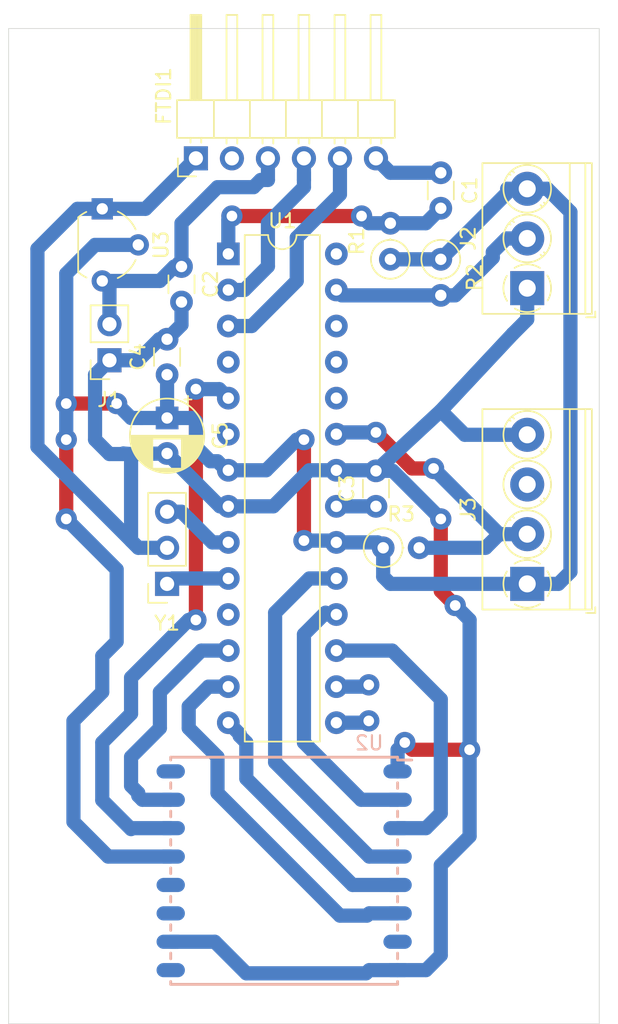
<source format=kicad_pcb>
(kicad_pcb (version 20171130) (host pcbnew 5.1.5-52549c5~84~ubuntu18.04.1)

  (general
    (thickness 1.6)
    (drawings 4)
    (tracks 232)
    (zones 0)
    (modules 20)
    (nets 20)
  )

  (page A4)
  (layers
    (0 F.Cu signal)
    (31 B.Cu signal)
    (32 B.Adhes user)
    (33 F.Adhes user)
    (34 B.Paste user)
    (35 F.Paste user)
    (36 B.SilkS user)
    (37 F.SilkS user)
    (38 B.Mask user)
    (39 F.Mask user)
    (40 Dwgs.User user)
    (41 Cmts.User user)
    (42 Eco1.User user)
    (43 Eco2.User user)
    (44 Edge.Cuts user)
    (45 Margin user)
    (46 B.CrtYd user)
    (47 F.CrtYd user)
    (48 B.Fab user)
    (49 F.Fab user)
  )

  (setup
    (last_trace_width 1)
    (user_trace_width 1)
    (user_trace_width 1.25)
    (user_trace_width 1.7)
    (trace_clearance 0.2)
    (zone_clearance 0.508)
    (zone_45_only no)
    (trace_min 0.2)
    (via_size 0.8)
    (via_drill 0.4)
    (via_min_size 0.4)
    (via_min_drill 0.3)
    (user_via 1 0.5)
    (user_via 1.5 0.75)
    (uvia_size 0.3)
    (uvia_drill 0.1)
    (uvias_allowed no)
    (uvia_min_size 0.2)
    (uvia_min_drill 0.1)
    (edge_width 0.05)
    (segment_width 0.2)
    (pcb_text_width 0.3)
    (pcb_text_size 1.5 1.5)
    (mod_edge_width 0.12)
    (mod_text_size 1 1)
    (mod_text_width 0.15)
    (pad_size 1.524 1.524)
    (pad_drill 0.762)
    (pad_to_mask_clearance 0.051)
    (solder_mask_min_width 0.25)
    (aux_axis_origin 0 0)
    (visible_elements FFFFFF7F)
    (pcbplotparams
      (layerselection 0x010fc_ffffffff)
      (usegerberextensions false)
      (usegerberattributes false)
      (usegerberadvancedattributes false)
      (creategerberjobfile false)
      (excludeedgelayer true)
      (linewidth 0.100000)
      (plotframeref false)
      (viasonmask false)
      (mode 1)
      (useauxorigin false)
      (hpglpennumber 1)
      (hpglpenspeed 20)
      (hpglpendiameter 15.000000)
      (psnegative false)
      (psa4output false)
      (plotreference true)
      (plotvalue true)
      (plotinvisibletext false)
      (padsonsilk false)
      (subtractmaskfromsilk false)
      (outputformat 1)
      (mirror false)
      (drillshape 1)
      (scaleselection 1)
      (outputdirectory ""))
  )

  (net 0 "")
  (net 1 "Net-(U1-Pad10)")
  (net 2 "Net-(U1-Pad9)")
  (net 3 GND)
  (net 4 "Net-(C1-Pad1)")
  (net 5 VCC)
  (net 6 SCK)
  (net 7 MISO)
  (net 8 MOSI)
  (net 9 "Net-(C3-Pad1)")
  (net 10 D6)
  (net 11 D3)
  (net 12 TX0)
  (net 13 RX0)
  (net 14 VIN)
  (net 15 D7)
  (net 16 "Net-(C1-Pad2)")
  (net 17 D8)
  (net 18 A4)
  (net 19 A0)

  (net_class Default "This is the default net class."
    (clearance 0.2)
    (trace_width 0.25)
    (via_dia 0.8)
    (via_drill 0.4)
    (uvia_dia 0.3)
    (uvia_drill 0.1)
    (add_net A0)
    (add_net A2)
    (add_net A3)
    (add_net A4)
    (add_net D2)
    (add_net D3)
    (add_net D4)
    (add_net D6)
    (add_net D7)
    (add_net D8)
    (add_net GND)
    (add_net MISO)
    (add_net MOSI)
    (add_net "Net-(C1-Pad1)")
    (add_net "Net-(C1-Pad2)")
    (add_net "Net-(C3-Pad1)")
    (add_net "Net-(FTDI1-Pad2)")
    (add_net "Net-(J3-Pad3)")
    (add_net "Net-(U1-Pad10)")
    (add_net "Net-(U1-Pad24)")
    (add_net "Net-(U1-Pad28)")
    (add_net "Net-(U1-Pad9)")
    (add_net "Net-(U2-Pad11)")
    (add_net "Net-(U2-Pad12)")
    (add_net "Net-(U2-Pad16)")
    (add_net "Net-(U2-Pad7)")
    (add_net "Net-(U2-Pad9)")
    (add_net RX0)
    (add_net SCK)
    (add_net TX0)
    (add_net VCC)
    (add_net VIN)
  )

  (module Resistor_THT:R_Axial_DIN0207_L6.3mm_D2.5mm_P2.54mm_Vertical (layer F.Cu) (tedit 5AE5139B) (tstamp 5F2C220B)
    (at 136.652 100.076)
    (descr "Resistor, Axial_DIN0207 series, Axial, Vertical, pin pitch=2.54mm, 0.25W = 1/4W, length*diameter=6.3*2.5mm^2, http://cdn-reichelt.de/documents/datenblatt/B400/1_4W%23YAG.pdf")
    (tags "Resistor Axial_DIN0207 series Axial Vertical pin pitch 2.54mm 0.25W = 1/4W length 6.3mm diameter 2.5mm")
    (path /5F334BCF)
    (fp_text reference R3 (at 1.27 -2.37) (layer F.SilkS)
      (effects (font (size 1 1) (thickness 0.15)))
    )
    (fp_text value 10K (at 1.27 2.37) (layer F.Fab)
      (effects (font (size 1 1) (thickness 0.15)))
    )
    (fp_text user %R (at 1.27 -2.37) (layer F.Fab)
      (effects (font (size 1 1) (thickness 0.15)))
    )
    (fp_line (start 3.59 -1.5) (end -1.5 -1.5) (layer F.CrtYd) (width 0.05))
    (fp_line (start 3.59 1.5) (end 3.59 -1.5) (layer F.CrtYd) (width 0.05))
    (fp_line (start -1.5 1.5) (end 3.59 1.5) (layer F.CrtYd) (width 0.05))
    (fp_line (start -1.5 -1.5) (end -1.5 1.5) (layer F.CrtYd) (width 0.05))
    (fp_line (start 1.37 0) (end 1.44 0) (layer F.SilkS) (width 0.12))
    (fp_line (start 0 0) (end 2.54 0) (layer F.Fab) (width 0.1))
    (fp_circle (center 0 0) (end 1.37 0) (layer F.SilkS) (width 0.12))
    (fp_circle (center 0 0) (end 1.25 0) (layer F.Fab) (width 0.1))
    (pad 2 thru_hole oval (at 2.54 0) (size 1.6 1.6) (drill 0.8) (layers *.Cu *.Mask)
      (net 19 A0))
    (pad 1 thru_hole circle (at 0 0) (size 1.6 1.6) (drill 0.8) (layers *.Cu *.Mask)
      (net 5 VCC))
    (model ${KISYS3DMOD}/Resistor_THT.3dshapes/R_Axial_DIN0207_L6.3mm_D2.5mm_P2.54mm_Vertical.wrl
      (at (xyz 0 0 0))
      (scale (xyz 1 1 1))
      (rotate (xyz 0 0 0))
    )
  )

  (module Resistor_THT:R_Axial_DIN0207_L6.3mm_D2.5mm_P2.54mm_Vertical (layer F.Cu) (tedit 5AE5139B) (tstamp 5F2BF18E)
    (at 140.716 79.756 270)
    (descr "Resistor, Axial_DIN0207 series, Axial, Vertical, pin pitch=2.54mm, 0.25W = 1/4W, length*diameter=6.3*2.5mm^2, http://cdn-reichelt.de/documents/datenblatt/B400/1_4W%23YAG.pdf")
    (tags "Resistor Axial_DIN0207 series Axial Vertical pin pitch 2.54mm 0.25W = 1/4W length 6.3mm diameter 2.5mm")
    (path /5F322886)
    (fp_text reference R2 (at 1.27 -2.37 90) (layer F.SilkS)
      (effects (font (size 1 1) (thickness 0.15)))
    )
    (fp_text value 10K (at 1.27 2.37 90) (layer F.Fab)
      (effects (font (size 1 1) (thickness 0.15)))
    )
    (fp_text user %R (at 1.27 -2.37 90) (layer F.Fab)
      (effects (font (size 1 1) (thickness 0.15)))
    )
    (fp_line (start 3.59 -1.5) (end -1.5 -1.5) (layer F.CrtYd) (width 0.05))
    (fp_line (start 3.59 1.5) (end 3.59 -1.5) (layer F.CrtYd) (width 0.05))
    (fp_line (start -1.5 1.5) (end 3.59 1.5) (layer F.CrtYd) (width 0.05))
    (fp_line (start -1.5 -1.5) (end -1.5 1.5) (layer F.CrtYd) (width 0.05))
    (fp_line (start 1.37 0) (end 1.44 0) (layer F.SilkS) (width 0.12))
    (fp_line (start 0 0) (end 2.54 0) (layer F.Fab) (width 0.1))
    (fp_circle (center 0 0) (end 1.37 0) (layer F.SilkS) (width 0.12))
    (fp_circle (center 0 0) (end 1.25 0) (layer F.Fab) (width 0.1))
    (pad 2 thru_hole oval (at 2.54 0 270) (size 1.6 1.6) (drill 0.8) (layers *.Cu *.Mask)
      (net 18 A4))
    (pad 1 thru_hole circle (at 0 0 270) (size 1.6 1.6) (drill 0.8) (layers *.Cu *.Mask)
      (net 5 VCC))
    (model ${KISYS3DMOD}/Resistor_THT.3dshapes/R_Axial_DIN0207_L6.3mm_D2.5mm_P2.54mm_Vertical.wrl
      (at (xyz 0 0 0))
      (scale (xyz 1 1 1))
      (rotate (xyz 0 0 0))
    )
  )

  (module TerminalBlock_Phoenix:TerminalBlock_Phoenix_PT-1,5-4-3.5-H_1x04_P3.50mm_Horizontal (layer F.Cu) (tedit 5B294F40) (tstamp 5F2BCA29)
    (at 146.812 102.616 90)
    (descr "Terminal Block Phoenix PT-1,5-4-3.5-H, 4 pins, pitch 3.5mm, size 14x7.6mm^2, drill diamater 1.2mm, pad diameter 2.4mm, see , script-generated using https://github.com/pointhi/kicad-footprint-generator/scripts/TerminalBlock_Phoenix")
    (tags "THT Terminal Block Phoenix PT-1,5-4-3.5-H pitch 3.5mm size 14x7.6mm^2 drill 1.2mm pad 2.4mm")
    (path /5F312484)
    (fp_text reference J3 (at 5.25 -4.16 90) (layer F.SilkS)
      (effects (font (size 1 1) (thickness 0.15)))
    )
    (fp_text value Screw_Terminal_01x04 (at 5.25 5.56 90) (layer F.Fab)
      (effects (font (size 1 1) (thickness 0.15)))
    )
    (fp_text user %R (at 5.25 2.4 90) (layer F.Fab)
      (effects (font (size 1 1) (thickness 0.15)))
    )
    (fp_line (start 12.75 -3.6) (end -2.25 -3.6) (layer F.CrtYd) (width 0.05))
    (fp_line (start 12.75 5) (end 12.75 -3.6) (layer F.CrtYd) (width 0.05))
    (fp_line (start -2.25 5) (end 12.75 5) (layer F.CrtYd) (width 0.05))
    (fp_line (start -2.25 -3.6) (end -2.25 5) (layer F.CrtYd) (width 0.05))
    (fp_line (start -2.05 4.8) (end -1.65 4.8) (layer F.SilkS) (width 0.12))
    (fp_line (start -2.05 4.16) (end -2.05 4.8) (layer F.SilkS) (width 0.12))
    (fp_line (start 9.355 0.941) (end 9.226 1.069) (layer F.SilkS) (width 0.12))
    (fp_line (start 11.57 -1.275) (end 11.476 -1.181) (layer F.SilkS) (width 0.12))
    (fp_line (start 9.525 1.181) (end 9.431 1.274) (layer F.SilkS) (width 0.12))
    (fp_line (start 11.775 -1.069) (end 11.646 -0.941) (layer F.SilkS) (width 0.12))
    (fp_line (start 11.455 -1.138) (end 9.363 0.955) (layer F.Fab) (width 0.1))
    (fp_line (start 11.638 -0.955) (end 9.546 1.138) (layer F.Fab) (width 0.1))
    (fp_line (start 5.855 0.941) (end 5.726 1.069) (layer F.SilkS) (width 0.12))
    (fp_line (start 8.07 -1.275) (end 7.976 -1.181) (layer F.SilkS) (width 0.12))
    (fp_line (start 6.025 1.181) (end 5.931 1.274) (layer F.SilkS) (width 0.12))
    (fp_line (start 8.275 -1.069) (end 8.146 -0.941) (layer F.SilkS) (width 0.12))
    (fp_line (start 7.955 -1.138) (end 5.863 0.955) (layer F.Fab) (width 0.1))
    (fp_line (start 8.138 -0.955) (end 6.046 1.138) (layer F.Fab) (width 0.1))
    (fp_line (start 2.355 0.941) (end 2.226 1.069) (layer F.SilkS) (width 0.12))
    (fp_line (start 4.57 -1.275) (end 4.476 -1.181) (layer F.SilkS) (width 0.12))
    (fp_line (start 2.525 1.181) (end 2.431 1.274) (layer F.SilkS) (width 0.12))
    (fp_line (start 4.775 -1.069) (end 4.646 -0.941) (layer F.SilkS) (width 0.12))
    (fp_line (start 4.455 -1.138) (end 2.363 0.955) (layer F.Fab) (width 0.1))
    (fp_line (start 4.638 -0.955) (end 2.546 1.138) (layer F.Fab) (width 0.1))
    (fp_line (start 0.955 -1.138) (end -1.138 0.955) (layer F.Fab) (width 0.1))
    (fp_line (start 1.138 -0.955) (end -0.955 1.138) (layer F.Fab) (width 0.1))
    (fp_line (start 12.31 -3.16) (end 12.31 4.56) (layer F.SilkS) (width 0.12))
    (fp_line (start -1.81 -3.16) (end -1.81 4.56) (layer F.SilkS) (width 0.12))
    (fp_line (start -1.81 4.56) (end 12.31 4.56) (layer F.SilkS) (width 0.12))
    (fp_line (start -1.81 -3.16) (end 12.31 -3.16) (layer F.SilkS) (width 0.12))
    (fp_line (start -1.81 3) (end 12.31 3) (layer F.SilkS) (width 0.12))
    (fp_line (start -1.75 3) (end 12.25 3) (layer F.Fab) (width 0.1))
    (fp_line (start -1.81 4.1) (end 12.31 4.1) (layer F.SilkS) (width 0.12))
    (fp_line (start -1.75 4.1) (end 12.25 4.1) (layer F.Fab) (width 0.1))
    (fp_line (start -1.75 4.1) (end -1.75 -3.1) (layer F.Fab) (width 0.1))
    (fp_line (start -1.35 4.5) (end -1.75 4.1) (layer F.Fab) (width 0.1))
    (fp_line (start 12.25 4.5) (end -1.35 4.5) (layer F.Fab) (width 0.1))
    (fp_line (start 12.25 -3.1) (end 12.25 4.5) (layer F.Fab) (width 0.1))
    (fp_line (start -1.75 -3.1) (end 12.25 -3.1) (layer F.Fab) (width 0.1))
    (fp_circle (center 10.5 0) (end 12.18 0) (layer F.SilkS) (width 0.12))
    (fp_circle (center 10.5 0) (end 12 0) (layer F.Fab) (width 0.1))
    (fp_circle (center 7 0) (end 8.68 0) (layer F.SilkS) (width 0.12))
    (fp_circle (center 7 0) (end 8.5 0) (layer F.Fab) (width 0.1))
    (fp_circle (center 3.5 0) (end 5.18 0) (layer F.SilkS) (width 0.12))
    (fp_circle (center 3.5 0) (end 5 0) (layer F.Fab) (width 0.1))
    (fp_circle (center 0 0) (end 1.5 0) (layer F.Fab) (width 0.1))
    (fp_arc (start 0 0) (end -0.866 1.44) (angle -32) (layer F.SilkS) (width 0.12))
    (fp_arc (start 0 0) (end -1.44 -0.866) (angle -63) (layer F.SilkS) (width 0.12))
    (fp_arc (start 0 0) (end 0.866 -1.44) (angle -63) (layer F.SilkS) (width 0.12))
    (fp_arc (start 0 0) (end 1.425 0.891) (angle -64) (layer F.SilkS) (width 0.12))
    (fp_arc (start 0 0) (end 0 1.68) (angle -32) (layer F.SilkS) (width 0.12))
    (pad 4 thru_hole circle (at 10.5 0 90) (size 2.4 2.4) (drill 1.2) (layers *.Cu *.Mask)
      (net 3 GND))
    (pad 3 thru_hole circle (at 7 0 90) (size 2.4 2.4) (drill 1.2) (layers *.Cu *.Mask))
    (pad 2 thru_hole circle (at 3.5 0 90) (size 2.4 2.4) (drill 1.2) (layers *.Cu *.Mask)
      (net 19 A0))
    (pad 1 thru_hole rect (at 0 0 90) (size 2.4 2.4) (drill 1.2) (layers *.Cu *.Mask)
      (net 5 VCC))
    (model ${KISYS3DMOD}/TerminalBlock_Phoenix.3dshapes/TerminalBlock_Phoenix_PT-1,5-4-3.5-H_1x04_P3.50mm_Horizontal.wrl
      (at (xyz 0 0 0))
      (scale (xyz 1 1 1))
      (rotate (xyz 0 0 0))
    )
  )

  (module TerminalBlock_Phoenix:TerminalBlock_Phoenix_PT-1,5-3-3.5-H_1x03_P3.50mm_Horizontal (layer F.Cu) (tedit 5B294F3F) (tstamp 5F2BC9ED)
    (at 146.812 81.788 90)
    (descr "Terminal Block Phoenix PT-1,5-3-3.5-H, 3 pins, pitch 3.5mm, size 10.5x7.6mm^2, drill diamater 1.2mm, pad diameter 2.4mm, see , script-generated using https://github.com/pointhi/kicad-footprint-generator/scripts/TerminalBlock_Phoenix")
    (tags "THT Terminal Block Phoenix PT-1,5-3-3.5-H pitch 3.5mm size 10.5x7.6mm^2 drill 1.2mm pad 2.4mm")
    (path /5F31163E)
    (fp_text reference J2 (at 3.5 -4.16 90) (layer F.SilkS)
      (effects (font (size 1 1) (thickness 0.15)))
    )
    (fp_text value Screw_Terminal_01x03 (at 3.5 5.56 90) (layer F.Fab)
      (effects (font (size 1 1) (thickness 0.15)))
    )
    (fp_text user %R (at 3.5 2.4 90) (layer F.Fab)
      (effects (font (size 1 1) (thickness 0.15)))
    )
    (fp_line (start 9.25 -3.6) (end -2.25 -3.6) (layer F.CrtYd) (width 0.05))
    (fp_line (start 9.25 5) (end 9.25 -3.6) (layer F.CrtYd) (width 0.05))
    (fp_line (start -2.25 5) (end 9.25 5) (layer F.CrtYd) (width 0.05))
    (fp_line (start -2.25 -3.6) (end -2.25 5) (layer F.CrtYd) (width 0.05))
    (fp_line (start -2.05 4.8) (end -1.65 4.8) (layer F.SilkS) (width 0.12))
    (fp_line (start -2.05 4.16) (end -2.05 4.8) (layer F.SilkS) (width 0.12))
    (fp_line (start 5.855 0.941) (end 5.726 1.069) (layer F.SilkS) (width 0.12))
    (fp_line (start 8.07 -1.275) (end 7.976 -1.181) (layer F.SilkS) (width 0.12))
    (fp_line (start 6.025 1.181) (end 5.931 1.274) (layer F.SilkS) (width 0.12))
    (fp_line (start 8.275 -1.069) (end 8.146 -0.941) (layer F.SilkS) (width 0.12))
    (fp_line (start 7.955 -1.138) (end 5.863 0.955) (layer F.Fab) (width 0.1))
    (fp_line (start 8.138 -0.955) (end 6.046 1.138) (layer F.Fab) (width 0.1))
    (fp_line (start 2.355 0.941) (end 2.226 1.069) (layer F.SilkS) (width 0.12))
    (fp_line (start 4.57 -1.275) (end 4.476 -1.181) (layer F.SilkS) (width 0.12))
    (fp_line (start 2.525 1.181) (end 2.431 1.274) (layer F.SilkS) (width 0.12))
    (fp_line (start 4.775 -1.069) (end 4.646 -0.941) (layer F.SilkS) (width 0.12))
    (fp_line (start 4.455 -1.138) (end 2.363 0.955) (layer F.Fab) (width 0.1))
    (fp_line (start 4.638 -0.955) (end 2.546 1.138) (layer F.Fab) (width 0.1))
    (fp_line (start 0.955 -1.138) (end -1.138 0.955) (layer F.Fab) (width 0.1))
    (fp_line (start 1.138 -0.955) (end -0.955 1.138) (layer F.Fab) (width 0.1))
    (fp_line (start 8.81 -3.16) (end 8.81 4.56) (layer F.SilkS) (width 0.12))
    (fp_line (start -1.81 -3.16) (end -1.81 4.56) (layer F.SilkS) (width 0.12))
    (fp_line (start -1.81 4.56) (end 8.81 4.56) (layer F.SilkS) (width 0.12))
    (fp_line (start -1.81 -3.16) (end 8.81 -3.16) (layer F.SilkS) (width 0.12))
    (fp_line (start -1.81 3) (end 8.81 3) (layer F.SilkS) (width 0.12))
    (fp_line (start -1.75 3) (end 8.75 3) (layer F.Fab) (width 0.1))
    (fp_line (start -1.81 4.1) (end 8.81 4.1) (layer F.SilkS) (width 0.12))
    (fp_line (start -1.75 4.1) (end 8.75 4.1) (layer F.Fab) (width 0.1))
    (fp_line (start -1.75 4.1) (end -1.75 -3.1) (layer F.Fab) (width 0.1))
    (fp_line (start -1.35 4.5) (end -1.75 4.1) (layer F.Fab) (width 0.1))
    (fp_line (start 8.75 4.5) (end -1.35 4.5) (layer F.Fab) (width 0.1))
    (fp_line (start 8.75 -3.1) (end 8.75 4.5) (layer F.Fab) (width 0.1))
    (fp_line (start -1.75 -3.1) (end 8.75 -3.1) (layer F.Fab) (width 0.1))
    (fp_circle (center 7 0) (end 8.68 0) (layer F.SilkS) (width 0.12))
    (fp_circle (center 7 0) (end 8.5 0) (layer F.Fab) (width 0.1))
    (fp_circle (center 3.5 0) (end 5.18 0) (layer F.SilkS) (width 0.12))
    (fp_circle (center 3.5 0) (end 5 0) (layer F.Fab) (width 0.1))
    (fp_circle (center 0 0) (end 1.5 0) (layer F.Fab) (width 0.1))
    (fp_arc (start 0 0) (end -0.866 1.44) (angle -32) (layer F.SilkS) (width 0.12))
    (fp_arc (start 0 0) (end -1.44 -0.866) (angle -63) (layer F.SilkS) (width 0.12))
    (fp_arc (start 0 0) (end 0.866 -1.44) (angle -63) (layer F.SilkS) (width 0.12))
    (fp_arc (start 0 0) (end 1.425 0.891) (angle -64) (layer F.SilkS) (width 0.12))
    (fp_arc (start 0 0) (end 0 1.68) (angle -32) (layer F.SilkS) (width 0.12))
    (pad 3 thru_hole circle (at 7 0 90) (size 2.4 2.4) (drill 1.2) (layers *.Cu *.Mask)
      (net 5 VCC))
    (pad 2 thru_hole circle (at 3.5 0 90) (size 2.4 2.4) (drill 1.2) (layers *.Cu *.Mask)
      (net 18 A4))
    (pad 1 thru_hole rect (at 0 0 90) (size 2.4 2.4) (drill 1.2) (layers *.Cu *.Mask)
      (net 3 GND))
    (model ${KISYS3DMOD}/TerminalBlock_Phoenix.3dshapes/TerminalBlock_Phoenix_PT-1,5-3-3.5-H_1x03_P3.50mm_Horizontal.wrl
      (at (xyz 0 0 0))
      (scale (xyz 1 1 1))
      (rotate (xyz 0 0 0))
    )
  )

  (module Capacitor_THT:C_Disc_D3.0mm_W1.6mm_P2.50mm (layer F.Cu) (tedit 5AE50EF0) (tstamp 5F2B48C9)
    (at 136.144 97.155 90)
    (descr "C, Disc series, Radial, pin pitch=2.50mm, , diameter*width=3.0*1.6mm^2, Capacitor, http://www.vishay.com/docs/45233/krseries.pdf")
    (tags "C Disc series Radial pin pitch 2.50mm  diameter 3.0mm width 1.6mm Capacitor")
    (path /5F266C1D)
    (fp_text reference C3 (at 1.25 -2.05 90) (layer F.SilkS)
      (effects (font (size 1 1) (thickness 0.15)))
    )
    (fp_text value 0.1u (at 1.25 2.05 90) (layer F.Fab)
      (effects (font (size 1 1) (thickness 0.15)))
    )
    (fp_text user %R (at 1.25 0 90) (layer F.Fab)
      (effects (font (size 0.6 0.6) (thickness 0.09)))
    )
    (fp_line (start 3.55 -1.05) (end -1.05 -1.05) (layer F.CrtYd) (width 0.05))
    (fp_line (start 3.55 1.05) (end 3.55 -1.05) (layer F.CrtYd) (width 0.05))
    (fp_line (start -1.05 1.05) (end 3.55 1.05) (layer F.CrtYd) (width 0.05))
    (fp_line (start -1.05 -1.05) (end -1.05 1.05) (layer F.CrtYd) (width 0.05))
    (fp_line (start 0.621 0.92) (end 1.879 0.92) (layer F.SilkS) (width 0.12))
    (fp_line (start 0.621 -0.92) (end 1.879 -0.92) (layer F.SilkS) (width 0.12))
    (fp_line (start 2.75 -0.8) (end -0.25 -0.8) (layer F.Fab) (width 0.1))
    (fp_line (start 2.75 0.8) (end 2.75 -0.8) (layer F.Fab) (width 0.1))
    (fp_line (start -0.25 0.8) (end 2.75 0.8) (layer F.Fab) (width 0.1))
    (fp_line (start -0.25 -0.8) (end -0.25 0.8) (layer F.Fab) (width 0.1))
    (pad 2 thru_hole circle (at 2.5 0 90) (size 1.6 1.6) (drill 0.8) (layers *.Cu *.Mask)
      (net 3 GND))
    (pad 1 thru_hole circle (at 0 0 90) (size 1.6 1.6) (drill 0.8) (layers *.Cu *.Mask)
      (net 9 "Net-(C3-Pad1)"))
    (model ${KISYS3DMOD}/Capacitor_THT.3dshapes/C_Disc_D3.0mm_W1.6mm_P2.50mm.wrl
      (at (xyz 0 0 0))
      (scale (xyz 1 1 1))
      (rotate (xyz 0 0 0))
    )
  )

  (module MountingHole:MountingHole_2.7mm_M2.5 (layer F.Cu) (tedit 56D1B4CB) (tstamp 5F2BB914)
    (at 146.304 126.492)
    (descr "Mounting Hole 2.7mm, no annular, M2.5")
    (tags "mounting hole 2.7mm no annular m2.5")
    (path /5F30064C)
    (attr virtual)
    (fp_text reference H4 (at 0 -3.7) (layer F.SilkS) hide
      (effects (font (size 1 1) (thickness 0.15)))
    )
    (fp_text value MountingHole (at 0 3.7) (layer F.Fab)
      (effects (font (size 1 1) (thickness 0.15)))
    )
    (fp_circle (center 0 0) (end 2.95 0) (layer F.CrtYd) (width 0.05))
    (fp_circle (center 0 0) (end 2.7 0) (layer Cmts.User) (width 0.15))
    (fp_text user %R (at 0.3 0) (layer F.Fab)
      (effects (font (size 1 1) (thickness 0.15)))
    )
    (pad 1 np_thru_hole circle (at 0 0) (size 2.7 2.7) (drill 2.7) (layers *.Cu *.Mask))
  )

  (module MountingHole:MountingHole_2.7mm_M2.5 (layer F.Cu) (tedit 56D1B4CB) (tstamp 5F2BB90C)
    (at 114.808 126.492)
    (descr "Mounting Hole 2.7mm, no annular, M2.5")
    (tags "mounting hole 2.7mm no annular m2.5")
    (path /5F30039A)
    (attr virtual)
    (fp_text reference H3 (at 0 -3.7) (layer F.SilkS) hide
      (effects (font (size 1 1) (thickness 0.15)))
    )
    (fp_text value MountingHole (at 0 3.7) (layer F.Fab)
      (effects (font (size 1 1) (thickness 0.15)))
    )
    (fp_circle (center 0 0) (end 2.95 0) (layer F.CrtYd) (width 0.05))
    (fp_circle (center 0 0) (end 2.7 0) (layer Cmts.User) (width 0.15))
    (fp_text user %R (at 0.3 0) (layer F.Fab)
      (effects (font (size 1 1) (thickness 0.15)))
    )
    (pad 1 np_thru_hole circle (at 0 0) (size 2.7 2.7) (drill 2.7) (layers *.Cu *.Mask))
  )

  (module Capacitor_THT:CP_Radial_D5.0mm_P2.50mm (layer F.Cu) (tedit 5AE50EF0) (tstamp 5F29D65A)
    (at 121.412 90.932 270)
    (descr "CP, Radial series, Radial, pin pitch=2.50mm, , diameter=5mm, Electrolytic Capacitor")
    (tags "CP Radial series Radial pin pitch 2.50mm  diameter 5mm Electrolytic Capacitor")
    (path /5F27CEC8)
    (fp_text reference C5 (at 1.25 -3.75 90) (layer F.SilkS)
      (effects (font (size 1 1) (thickness 0.15)))
    )
    (fp_text value 10u (at 1.25 3.75 90) (layer F.Fab)
      (effects (font (size 1 1) (thickness 0.15)))
    )
    (fp_text user %R (at 1.25 0 90) (layer F.Fab)
      (effects (font (size 1 1) (thickness 0.15)))
    )
    (fp_line (start -1.304775 -1.725) (end -1.304775 -1.225) (layer F.SilkS) (width 0.12))
    (fp_line (start -1.554775 -1.475) (end -1.054775 -1.475) (layer F.SilkS) (width 0.12))
    (fp_line (start 3.851 -0.284) (end 3.851 0.284) (layer F.SilkS) (width 0.12))
    (fp_line (start 3.811 -0.518) (end 3.811 0.518) (layer F.SilkS) (width 0.12))
    (fp_line (start 3.771 -0.677) (end 3.771 0.677) (layer F.SilkS) (width 0.12))
    (fp_line (start 3.731 -0.805) (end 3.731 0.805) (layer F.SilkS) (width 0.12))
    (fp_line (start 3.691 -0.915) (end 3.691 0.915) (layer F.SilkS) (width 0.12))
    (fp_line (start 3.651 -1.011) (end 3.651 1.011) (layer F.SilkS) (width 0.12))
    (fp_line (start 3.611 -1.098) (end 3.611 1.098) (layer F.SilkS) (width 0.12))
    (fp_line (start 3.571 -1.178) (end 3.571 1.178) (layer F.SilkS) (width 0.12))
    (fp_line (start 3.531 1.04) (end 3.531 1.251) (layer F.SilkS) (width 0.12))
    (fp_line (start 3.531 -1.251) (end 3.531 -1.04) (layer F.SilkS) (width 0.12))
    (fp_line (start 3.491 1.04) (end 3.491 1.319) (layer F.SilkS) (width 0.12))
    (fp_line (start 3.491 -1.319) (end 3.491 -1.04) (layer F.SilkS) (width 0.12))
    (fp_line (start 3.451 1.04) (end 3.451 1.383) (layer F.SilkS) (width 0.12))
    (fp_line (start 3.451 -1.383) (end 3.451 -1.04) (layer F.SilkS) (width 0.12))
    (fp_line (start 3.411 1.04) (end 3.411 1.443) (layer F.SilkS) (width 0.12))
    (fp_line (start 3.411 -1.443) (end 3.411 -1.04) (layer F.SilkS) (width 0.12))
    (fp_line (start 3.371 1.04) (end 3.371 1.5) (layer F.SilkS) (width 0.12))
    (fp_line (start 3.371 -1.5) (end 3.371 -1.04) (layer F.SilkS) (width 0.12))
    (fp_line (start 3.331 1.04) (end 3.331 1.554) (layer F.SilkS) (width 0.12))
    (fp_line (start 3.331 -1.554) (end 3.331 -1.04) (layer F.SilkS) (width 0.12))
    (fp_line (start 3.291 1.04) (end 3.291 1.605) (layer F.SilkS) (width 0.12))
    (fp_line (start 3.291 -1.605) (end 3.291 -1.04) (layer F.SilkS) (width 0.12))
    (fp_line (start 3.251 1.04) (end 3.251 1.653) (layer F.SilkS) (width 0.12))
    (fp_line (start 3.251 -1.653) (end 3.251 -1.04) (layer F.SilkS) (width 0.12))
    (fp_line (start 3.211 1.04) (end 3.211 1.699) (layer F.SilkS) (width 0.12))
    (fp_line (start 3.211 -1.699) (end 3.211 -1.04) (layer F.SilkS) (width 0.12))
    (fp_line (start 3.171 1.04) (end 3.171 1.743) (layer F.SilkS) (width 0.12))
    (fp_line (start 3.171 -1.743) (end 3.171 -1.04) (layer F.SilkS) (width 0.12))
    (fp_line (start 3.131 1.04) (end 3.131 1.785) (layer F.SilkS) (width 0.12))
    (fp_line (start 3.131 -1.785) (end 3.131 -1.04) (layer F.SilkS) (width 0.12))
    (fp_line (start 3.091 1.04) (end 3.091 1.826) (layer F.SilkS) (width 0.12))
    (fp_line (start 3.091 -1.826) (end 3.091 -1.04) (layer F.SilkS) (width 0.12))
    (fp_line (start 3.051 1.04) (end 3.051 1.864) (layer F.SilkS) (width 0.12))
    (fp_line (start 3.051 -1.864) (end 3.051 -1.04) (layer F.SilkS) (width 0.12))
    (fp_line (start 3.011 1.04) (end 3.011 1.901) (layer F.SilkS) (width 0.12))
    (fp_line (start 3.011 -1.901) (end 3.011 -1.04) (layer F.SilkS) (width 0.12))
    (fp_line (start 2.971 1.04) (end 2.971 1.937) (layer F.SilkS) (width 0.12))
    (fp_line (start 2.971 -1.937) (end 2.971 -1.04) (layer F.SilkS) (width 0.12))
    (fp_line (start 2.931 1.04) (end 2.931 1.971) (layer F.SilkS) (width 0.12))
    (fp_line (start 2.931 -1.971) (end 2.931 -1.04) (layer F.SilkS) (width 0.12))
    (fp_line (start 2.891 1.04) (end 2.891 2.004) (layer F.SilkS) (width 0.12))
    (fp_line (start 2.891 -2.004) (end 2.891 -1.04) (layer F.SilkS) (width 0.12))
    (fp_line (start 2.851 1.04) (end 2.851 2.035) (layer F.SilkS) (width 0.12))
    (fp_line (start 2.851 -2.035) (end 2.851 -1.04) (layer F.SilkS) (width 0.12))
    (fp_line (start 2.811 1.04) (end 2.811 2.065) (layer F.SilkS) (width 0.12))
    (fp_line (start 2.811 -2.065) (end 2.811 -1.04) (layer F.SilkS) (width 0.12))
    (fp_line (start 2.771 1.04) (end 2.771 2.095) (layer F.SilkS) (width 0.12))
    (fp_line (start 2.771 -2.095) (end 2.771 -1.04) (layer F.SilkS) (width 0.12))
    (fp_line (start 2.731 1.04) (end 2.731 2.122) (layer F.SilkS) (width 0.12))
    (fp_line (start 2.731 -2.122) (end 2.731 -1.04) (layer F.SilkS) (width 0.12))
    (fp_line (start 2.691 1.04) (end 2.691 2.149) (layer F.SilkS) (width 0.12))
    (fp_line (start 2.691 -2.149) (end 2.691 -1.04) (layer F.SilkS) (width 0.12))
    (fp_line (start 2.651 1.04) (end 2.651 2.175) (layer F.SilkS) (width 0.12))
    (fp_line (start 2.651 -2.175) (end 2.651 -1.04) (layer F.SilkS) (width 0.12))
    (fp_line (start 2.611 1.04) (end 2.611 2.2) (layer F.SilkS) (width 0.12))
    (fp_line (start 2.611 -2.2) (end 2.611 -1.04) (layer F.SilkS) (width 0.12))
    (fp_line (start 2.571 1.04) (end 2.571 2.224) (layer F.SilkS) (width 0.12))
    (fp_line (start 2.571 -2.224) (end 2.571 -1.04) (layer F.SilkS) (width 0.12))
    (fp_line (start 2.531 1.04) (end 2.531 2.247) (layer F.SilkS) (width 0.12))
    (fp_line (start 2.531 -2.247) (end 2.531 -1.04) (layer F.SilkS) (width 0.12))
    (fp_line (start 2.491 1.04) (end 2.491 2.268) (layer F.SilkS) (width 0.12))
    (fp_line (start 2.491 -2.268) (end 2.491 -1.04) (layer F.SilkS) (width 0.12))
    (fp_line (start 2.451 1.04) (end 2.451 2.29) (layer F.SilkS) (width 0.12))
    (fp_line (start 2.451 -2.29) (end 2.451 -1.04) (layer F.SilkS) (width 0.12))
    (fp_line (start 2.411 1.04) (end 2.411 2.31) (layer F.SilkS) (width 0.12))
    (fp_line (start 2.411 -2.31) (end 2.411 -1.04) (layer F.SilkS) (width 0.12))
    (fp_line (start 2.371 1.04) (end 2.371 2.329) (layer F.SilkS) (width 0.12))
    (fp_line (start 2.371 -2.329) (end 2.371 -1.04) (layer F.SilkS) (width 0.12))
    (fp_line (start 2.331 1.04) (end 2.331 2.348) (layer F.SilkS) (width 0.12))
    (fp_line (start 2.331 -2.348) (end 2.331 -1.04) (layer F.SilkS) (width 0.12))
    (fp_line (start 2.291 1.04) (end 2.291 2.365) (layer F.SilkS) (width 0.12))
    (fp_line (start 2.291 -2.365) (end 2.291 -1.04) (layer F.SilkS) (width 0.12))
    (fp_line (start 2.251 1.04) (end 2.251 2.382) (layer F.SilkS) (width 0.12))
    (fp_line (start 2.251 -2.382) (end 2.251 -1.04) (layer F.SilkS) (width 0.12))
    (fp_line (start 2.211 1.04) (end 2.211 2.398) (layer F.SilkS) (width 0.12))
    (fp_line (start 2.211 -2.398) (end 2.211 -1.04) (layer F.SilkS) (width 0.12))
    (fp_line (start 2.171 1.04) (end 2.171 2.414) (layer F.SilkS) (width 0.12))
    (fp_line (start 2.171 -2.414) (end 2.171 -1.04) (layer F.SilkS) (width 0.12))
    (fp_line (start 2.131 1.04) (end 2.131 2.428) (layer F.SilkS) (width 0.12))
    (fp_line (start 2.131 -2.428) (end 2.131 -1.04) (layer F.SilkS) (width 0.12))
    (fp_line (start 2.091 1.04) (end 2.091 2.442) (layer F.SilkS) (width 0.12))
    (fp_line (start 2.091 -2.442) (end 2.091 -1.04) (layer F.SilkS) (width 0.12))
    (fp_line (start 2.051 1.04) (end 2.051 2.455) (layer F.SilkS) (width 0.12))
    (fp_line (start 2.051 -2.455) (end 2.051 -1.04) (layer F.SilkS) (width 0.12))
    (fp_line (start 2.011 1.04) (end 2.011 2.468) (layer F.SilkS) (width 0.12))
    (fp_line (start 2.011 -2.468) (end 2.011 -1.04) (layer F.SilkS) (width 0.12))
    (fp_line (start 1.971 1.04) (end 1.971 2.48) (layer F.SilkS) (width 0.12))
    (fp_line (start 1.971 -2.48) (end 1.971 -1.04) (layer F.SilkS) (width 0.12))
    (fp_line (start 1.93 1.04) (end 1.93 2.491) (layer F.SilkS) (width 0.12))
    (fp_line (start 1.93 -2.491) (end 1.93 -1.04) (layer F.SilkS) (width 0.12))
    (fp_line (start 1.89 1.04) (end 1.89 2.501) (layer F.SilkS) (width 0.12))
    (fp_line (start 1.89 -2.501) (end 1.89 -1.04) (layer F.SilkS) (width 0.12))
    (fp_line (start 1.85 1.04) (end 1.85 2.511) (layer F.SilkS) (width 0.12))
    (fp_line (start 1.85 -2.511) (end 1.85 -1.04) (layer F.SilkS) (width 0.12))
    (fp_line (start 1.81 1.04) (end 1.81 2.52) (layer F.SilkS) (width 0.12))
    (fp_line (start 1.81 -2.52) (end 1.81 -1.04) (layer F.SilkS) (width 0.12))
    (fp_line (start 1.77 1.04) (end 1.77 2.528) (layer F.SilkS) (width 0.12))
    (fp_line (start 1.77 -2.528) (end 1.77 -1.04) (layer F.SilkS) (width 0.12))
    (fp_line (start 1.73 1.04) (end 1.73 2.536) (layer F.SilkS) (width 0.12))
    (fp_line (start 1.73 -2.536) (end 1.73 -1.04) (layer F.SilkS) (width 0.12))
    (fp_line (start 1.69 1.04) (end 1.69 2.543) (layer F.SilkS) (width 0.12))
    (fp_line (start 1.69 -2.543) (end 1.69 -1.04) (layer F.SilkS) (width 0.12))
    (fp_line (start 1.65 1.04) (end 1.65 2.55) (layer F.SilkS) (width 0.12))
    (fp_line (start 1.65 -2.55) (end 1.65 -1.04) (layer F.SilkS) (width 0.12))
    (fp_line (start 1.61 1.04) (end 1.61 2.556) (layer F.SilkS) (width 0.12))
    (fp_line (start 1.61 -2.556) (end 1.61 -1.04) (layer F.SilkS) (width 0.12))
    (fp_line (start 1.57 1.04) (end 1.57 2.561) (layer F.SilkS) (width 0.12))
    (fp_line (start 1.57 -2.561) (end 1.57 -1.04) (layer F.SilkS) (width 0.12))
    (fp_line (start 1.53 1.04) (end 1.53 2.565) (layer F.SilkS) (width 0.12))
    (fp_line (start 1.53 -2.565) (end 1.53 -1.04) (layer F.SilkS) (width 0.12))
    (fp_line (start 1.49 1.04) (end 1.49 2.569) (layer F.SilkS) (width 0.12))
    (fp_line (start 1.49 -2.569) (end 1.49 -1.04) (layer F.SilkS) (width 0.12))
    (fp_line (start 1.45 -2.573) (end 1.45 2.573) (layer F.SilkS) (width 0.12))
    (fp_line (start 1.41 -2.576) (end 1.41 2.576) (layer F.SilkS) (width 0.12))
    (fp_line (start 1.37 -2.578) (end 1.37 2.578) (layer F.SilkS) (width 0.12))
    (fp_line (start 1.33 -2.579) (end 1.33 2.579) (layer F.SilkS) (width 0.12))
    (fp_line (start 1.29 -2.58) (end 1.29 2.58) (layer F.SilkS) (width 0.12))
    (fp_line (start 1.25 -2.58) (end 1.25 2.58) (layer F.SilkS) (width 0.12))
    (fp_line (start -0.633605 -1.3375) (end -0.633605 -0.8375) (layer F.Fab) (width 0.1))
    (fp_line (start -0.883605 -1.0875) (end -0.383605 -1.0875) (layer F.Fab) (width 0.1))
    (fp_circle (center 1.25 0) (end 4 0) (layer F.CrtYd) (width 0.05))
    (fp_circle (center 1.25 0) (end 3.87 0) (layer F.SilkS) (width 0.12))
    (fp_circle (center 1.25 0) (end 3.75 0) (layer F.Fab) (width 0.1))
    (pad 2 thru_hole circle (at 2.5 0 270) (size 1.6 1.6) (drill 0.8) (layers *.Cu *.Mask)
      (net 3 GND))
    (pad 1 thru_hole rect (at 0 0 270) (size 1.6 1.6) (drill 0.8) (layers *.Cu *.Mask)
      (net 5 VCC))
    (model ${KISYS3DMOD}/Capacitor_THT.3dshapes/CP_Radial_D5.0mm_P2.50mm.wrl
      (at (xyz 0 0 0))
      (scale (xyz 1 1 1))
      (rotate (xyz 0 0 0))
    )
  )

  (module Connector_PinSocket_2.54mm:PinSocket_1x03_P2.54mm_Vertical (layer F.Cu) (tedit 5A19A429) (tstamp 5F29D7C2)
    (at 121.412 102.616 180)
    (descr "Through hole straight socket strip, 1x03, 2.54mm pitch, single row (from Kicad 4.0.7), script generated")
    (tags "Through hole socket strip THT 1x03 2.54mm single row")
    (path /5F25E0F4)
    (fp_text reference Y1 (at 0 -2.77) (layer F.SilkS)
      (effects (font (size 1 1) (thickness 0.15)))
    )
    (fp_text value Crystal_GND2 (at 0 7.85) (layer F.Fab)
      (effects (font (size 1 1) (thickness 0.15)))
    )
    (fp_text user %R (at 0 2.54 90) (layer F.Fab)
      (effects (font (size 1 1) (thickness 0.15)))
    )
    (fp_line (start -1.8 6.85) (end -1.8 -1.8) (layer F.CrtYd) (width 0.05))
    (fp_line (start 1.75 6.85) (end -1.8 6.85) (layer F.CrtYd) (width 0.05))
    (fp_line (start 1.75 -1.8) (end 1.75 6.85) (layer F.CrtYd) (width 0.05))
    (fp_line (start -1.8 -1.8) (end 1.75 -1.8) (layer F.CrtYd) (width 0.05))
    (fp_line (start 0 -1.33) (end 1.33 -1.33) (layer F.SilkS) (width 0.12))
    (fp_line (start 1.33 -1.33) (end 1.33 0) (layer F.SilkS) (width 0.12))
    (fp_line (start 1.33 1.27) (end 1.33 6.41) (layer F.SilkS) (width 0.12))
    (fp_line (start -1.33 6.41) (end 1.33 6.41) (layer F.SilkS) (width 0.12))
    (fp_line (start -1.33 1.27) (end -1.33 6.41) (layer F.SilkS) (width 0.12))
    (fp_line (start -1.33 1.27) (end 1.33 1.27) (layer F.SilkS) (width 0.12))
    (fp_line (start -1.27 6.35) (end -1.27 -1.27) (layer F.Fab) (width 0.1))
    (fp_line (start 1.27 6.35) (end -1.27 6.35) (layer F.Fab) (width 0.1))
    (fp_line (start 1.27 -0.635) (end 1.27 6.35) (layer F.Fab) (width 0.1))
    (fp_line (start 0.635 -1.27) (end 1.27 -0.635) (layer F.Fab) (width 0.1))
    (fp_line (start -1.27 -1.27) (end 0.635 -1.27) (layer F.Fab) (width 0.1))
    (pad 3 thru_hole oval (at 0 5.08 180) (size 1.7 1.7) (drill 1) (layers *.Cu *.Mask)
      (net 2 "Net-(U1-Pad9)"))
    (pad 2 thru_hole oval (at 0 2.54 180) (size 1.7 1.7) (drill 1) (layers *.Cu *.Mask)
      (net 3 GND))
    (pad 1 thru_hole rect (at 0 0 180) (size 1.7 1.7) (drill 1) (layers *.Cu *.Mask)
      (net 1 "Net-(U1-Pad10)"))
    (model ${KISYS3DMOD}/Connector_PinSocket_2.54mm.3dshapes/PinSocket_1x03_P2.54mm_Vertical.wrl
      (at (xyz 0 0 0))
      (scale (xyz 1 1 1))
      (rotate (xyz 0 0 0))
    )
  )

  (module MountingHole:MountingHole_2.7mm_M2.5 (layer F.Cu) (tedit 56D1B4CB) (tstamp 5F2B93A5)
    (at 146.812 67.564)
    (descr "Mounting Hole 2.7mm, no annular, M2.5")
    (tags "mounting hole 2.7mm no annular m2.5")
    (path /5F2F84A7)
    (attr virtual)
    (fp_text reference H2 (at 0 -3.7) (layer F.SilkS) hide
      (effects (font (size 1 1) (thickness 0.15)))
    )
    (fp_text value MountingHole (at 0 3.7) (layer F.Fab)
      (effects (font (size 1 1) (thickness 0.15)))
    )
    (fp_circle (center 0 0) (end 2.95 0) (layer F.CrtYd) (width 0.05))
    (fp_circle (center 0 0) (end 2.7 0) (layer Cmts.User) (width 0.15))
    (fp_text user %R (at 0.3 0) (layer F.Fab)
      (effects (font (size 1 1) (thickness 0.15)))
    )
    (pad 1 np_thru_hole circle (at 0 0) (size 2.7 2.7) (drill 2.7) (layers *.Cu *.Mask))
  )

  (module MountingHole:MountingHole_2.7mm_M2.5 (layer F.Cu) (tedit 56D1B4CB) (tstamp 5F2B939D)
    (at 115.316 67.564)
    (descr "Mounting Hole 2.7mm, no annular, M2.5")
    (tags "mounting hole 2.7mm no annular m2.5")
    (path /5F2F7F92)
    (attr virtual)
    (fp_text reference H1 (at 0 -3.7) (layer F.SilkS) hide
      (effects (font (size 1 1) (thickness 0.15)))
    )
    (fp_text value MountingHole (at 0 3.7) (layer F.Fab)
      (effects (font (size 1 1) (thickness 0.15)))
    )
    (fp_circle (center 0 0) (end 2.95 0) (layer F.CrtYd) (width 0.05))
    (fp_circle (center 0 0) (end 2.7 0) (layer Cmts.User) (width 0.15))
    (fp_text user %R (at 0.3 0) (layer F.Fab)
      (effects (font (size 1 1) (thickness 0.15)))
    )
    (pad 1 np_thru_hole circle (at 0 0) (size 2.7 2.7) (drill 2.7) (layers *.Cu *.Mask))
  )

  (module Connector_PinHeader_2.54mm:PinHeader_1x06_P2.54mm_Horizontal (layer F.Cu) (tedit 59FED5CB) (tstamp 5F2C3955)
    (at 123.444 72.644 90)
    (descr "Through hole angled pin header, 1x06, 2.54mm pitch, 6mm pin length, single row")
    (tags "Through hole angled pin header THT 1x06 2.54mm single row")
    (path /5F267E03)
    (fp_text reference FTDI1 (at 4.385 -2.27 90) (layer F.SilkS)
      (effects (font (size 1 1) (thickness 0.15)))
    )
    (fp_text value Conn_01x06_Male (at 4.385 14.97 90) (layer F.Fab)
      (effects (font (size 1 1) (thickness 0.15)))
    )
    (fp_text user %R (at 2.77 6.35) (layer F.Fab)
      (effects (font (size 1 1) (thickness 0.15)))
    )
    (fp_line (start 10.55 -1.8) (end -1.8 -1.8) (layer F.CrtYd) (width 0.05))
    (fp_line (start 10.55 14.5) (end 10.55 -1.8) (layer F.CrtYd) (width 0.05))
    (fp_line (start -1.8 14.5) (end 10.55 14.5) (layer F.CrtYd) (width 0.05))
    (fp_line (start -1.8 -1.8) (end -1.8 14.5) (layer F.CrtYd) (width 0.05))
    (fp_line (start -1.27 -1.27) (end 0 -1.27) (layer F.SilkS) (width 0.12))
    (fp_line (start -1.27 0) (end -1.27 -1.27) (layer F.SilkS) (width 0.12))
    (fp_line (start 1.042929 13.08) (end 1.44 13.08) (layer F.SilkS) (width 0.12))
    (fp_line (start 1.042929 12.32) (end 1.44 12.32) (layer F.SilkS) (width 0.12))
    (fp_line (start 10.1 13.08) (end 4.1 13.08) (layer F.SilkS) (width 0.12))
    (fp_line (start 10.1 12.32) (end 10.1 13.08) (layer F.SilkS) (width 0.12))
    (fp_line (start 4.1 12.32) (end 10.1 12.32) (layer F.SilkS) (width 0.12))
    (fp_line (start 1.44 11.43) (end 4.1 11.43) (layer F.SilkS) (width 0.12))
    (fp_line (start 1.042929 10.54) (end 1.44 10.54) (layer F.SilkS) (width 0.12))
    (fp_line (start 1.042929 9.78) (end 1.44 9.78) (layer F.SilkS) (width 0.12))
    (fp_line (start 10.1 10.54) (end 4.1 10.54) (layer F.SilkS) (width 0.12))
    (fp_line (start 10.1 9.78) (end 10.1 10.54) (layer F.SilkS) (width 0.12))
    (fp_line (start 4.1 9.78) (end 10.1 9.78) (layer F.SilkS) (width 0.12))
    (fp_line (start 1.44 8.89) (end 4.1 8.89) (layer F.SilkS) (width 0.12))
    (fp_line (start 1.042929 8) (end 1.44 8) (layer F.SilkS) (width 0.12))
    (fp_line (start 1.042929 7.24) (end 1.44 7.24) (layer F.SilkS) (width 0.12))
    (fp_line (start 10.1 8) (end 4.1 8) (layer F.SilkS) (width 0.12))
    (fp_line (start 10.1 7.24) (end 10.1 8) (layer F.SilkS) (width 0.12))
    (fp_line (start 4.1 7.24) (end 10.1 7.24) (layer F.SilkS) (width 0.12))
    (fp_line (start 1.44 6.35) (end 4.1 6.35) (layer F.SilkS) (width 0.12))
    (fp_line (start 1.042929 5.46) (end 1.44 5.46) (layer F.SilkS) (width 0.12))
    (fp_line (start 1.042929 4.7) (end 1.44 4.7) (layer F.SilkS) (width 0.12))
    (fp_line (start 10.1 5.46) (end 4.1 5.46) (layer F.SilkS) (width 0.12))
    (fp_line (start 10.1 4.7) (end 10.1 5.46) (layer F.SilkS) (width 0.12))
    (fp_line (start 4.1 4.7) (end 10.1 4.7) (layer F.SilkS) (width 0.12))
    (fp_line (start 1.44 3.81) (end 4.1 3.81) (layer F.SilkS) (width 0.12))
    (fp_line (start 1.042929 2.92) (end 1.44 2.92) (layer F.SilkS) (width 0.12))
    (fp_line (start 1.042929 2.16) (end 1.44 2.16) (layer F.SilkS) (width 0.12))
    (fp_line (start 10.1 2.92) (end 4.1 2.92) (layer F.SilkS) (width 0.12))
    (fp_line (start 10.1 2.16) (end 10.1 2.92) (layer F.SilkS) (width 0.12))
    (fp_line (start 4.1 2.16) (end 10.1 2.16) (layer F.SilkS) (width 0.12))
    (fp_line (start 1.44 1.27) (end 4.1 1.27) (layer F.SilkS) (width 0.12))
    (fp_line (start 1.11 0.38) (end 1.44 0.38) (layer F.SilkS) (width 0.12))
    (fp_line (start 1.11 -0.38) (end 1.44 -0.38) (layer F.SilkS) (width 0.12))
    (fp_line (start 4.1 0.28) (end 10.1 0.28) (layer F.SilkS) (width 0.12))
    (fp_line (start 4.1 0.16) (end 10.1 0.16) (layer F.SilkS) (width 0.12))
    (fp_line (start 4.1 0.04) (end 10.1 0.04) (layer F.SilkS) (width 0.12))
    (fp_line (start 4.1 -0.08) (end 10.1 -0.08) (layer F.SilkS) (width 0.12))
    (fp_line (start 4.1 -0.2) (end 10.1 -0.2) (layer F.SilkS) (width 0.12))
    (fp_line (start 4.1 -0.32) (end 10.1 -0.32) (layer F.SilkS) (width 0.12))
    (fp_line (start 10.1 0.38) (end 4.1 0.38) (layer F.SilkS) (width 0.12))
    (fp_line (start 10.1 -0.38) (end 10.1 0.38) (layer F.SilkS) (width 0.12))
    (fp_line (start 4.1 -0.38) (end 10.1 -0.38) (layer F.SilkS) (width 0.12))
    (fp_line (start 4.1 -1.33) (end 1.44 -1.33) (layer F.SilkS) (width 0.12))
    (fp_line (start 4.1 14.03) (end 4.1 -1.33) (layer F.SilkS) (width 0.12))
    (fp_line (start 1.44 14.03) (end 4.1 14.03) (layer F.SilkS) (width 0.12))
    (fp_line (start 1.44 -1.33) (end 1.44 14.03) (layer F.SilkS) (width 0.12))
    (fp_line (start 4.04 13.02) (end 10.04 13.02) (layer F.Fab) (width 0.1))
    (fp_line (start 10.04 12.38) (end 10.04 13.02) (layer F.Fab) (width 0.1))
    (fp_line (start 4.04 12.38) (end 10.04 12.38) (layer F.Fab) (width 0.1))
    (fp_line (start -0.32 13.02) (end 1.5 13.02) (layer F.Fab) (width 0.1))
    (fp_line (start -0.32 12.38) (end -0.32 13.02) (layer F.Fab) (width 0.1))
    (fp_line (start -0.32 12.38) (end 1.5 12.38) (layer F.Fab) (width 0.1))
    (fp_line (start 4.04 10.48) (end 10.04 10.48) (layer F.Fab) (width 0.1))
    (fp_line (start 10.04 9.84) (end 10.04 10.48) (layer F.Fab) (width 0.1))
    (fp_line (start 4.04 9.84) (end 10.04 9.84) (layer F.Fab) (width 0.1))
    (fp_line (start -0.32 10.48) (end 1.5 10.48) (layer F.Fab) (width 0.1))
    (fp_line (start -0.32 9.84) (end -0.32 10.48) (layer F.Fab) (width 0.1))
    (fp_line (start -0.32 9.84) (end 1.5 9.84) (layer F.Fab) (width 0.1))
    (fp_line (start 4.04 7.94) (end 10.04 7.94) (layer F.Fab) (width 0.1))
    (fp_line (start 10.04 7.3) (end 10.04 7.94) (layer F.Fab) (width 0.1))
    (fp_line (start 4.04 7.3) (end 10.04 7.3) (layer F.Fab) (width 0.1))
    (fp_line (start -0.32 7.94) (end 1.5 7.94) (layer F.Fab) (width 0.1))
    (fp_line (start -0.32 7.3) (end -0.32 7.94) (layer F.Fab) (width 0.1))
    (fp_line (start -0.32 7.3) (end 1.5 7.3) (layer F.Fab) (width 0.1))
    (fp_line (start 4.04 5.4) (end 10.04 5.4) (layer F.Fab) (width 0.1))
    (fp_line (start 10.04 4.76) (end 10.04 5.4) (layer F.Fab) (width 0.1))
    (fp_line (start 4.04 4.76) (end 10.04 4.76) (layer F.Fab) (width 0.1))
    (fp_line (start -0.32 5.4) (end 1.5 5.4) (layer F.Fab) (width 0.1))
    (fp_line (start -0.32 4.76) (end -0.32 5.4) (layer F.Fab) (width 0.1))
    (fp_line (start -0.32 4.76) (end 1.5 4.76) (layer F.Fab) (width 0.1))
    (fp_line (start 4.04 2.86) (end 10.04 2.86) (layer F.Fab) (width 0.1))
    (fp_line (start 10.04 2.22) (end 10.04 2.86) (layer F.Fab) (width 0.1))
    (fp_line (start 4.04 2.22) (end 10.04 2.22) (layer F.Fab) (width 0.1))
    (fp_line (start -0.32 2.86) (end 1.5 2.86) (layer F.Fab) (width 0.1))
    (fp_line (start -0.32 2.22) (end -0.32 2.86) (layer F.Fab) (width 0.1))
    (fp_line (start -0.32 2.22) (end 1.5 2.22) (layer F.Fab) (width 0.1))
    (fp_line (start 4.04 0.32) (end 10.04 0.32) (layer F.Fab) (width 0.1))
    (fp_line (start 10.04 -0.32) (end 10.04 0.32) (layer F.Fab) (width 0.1))
    (fp_line (start 4.04 -0.32) (end 10.04 -0.32) (layer F.Fab) (width 0.1))
    (fp_line (start -0.32 0.32) (end 1.5 0.32) (layer F.Fab) (width 0.1))
    (fp_line (start -0.32 -0.32) (end -0.32 0.32) (layer F.Fab) (width 0.1))
    (fp_line (start -0.32 -0.32) (end 1.5 -0.32) (layer F.Fab) (width 0.1))
    (fp_line (start 1.5 -0.635) (end 2.135 -1.27) (layer F.Fab) (width 0.1))
    (fp_line (start 1.5 13.97) (end 1.5 -0.635) (layer F.Fab) (width 0.1))
    (fp_line (start 4.04 13.97) (end 1.5 13.97) (layer F.Fab) (width 0.1))
    (fp_line (start 4.04 -1.27) (end 4.04 13.97) (layer F.Fab) (width 0.1))
    (fp_line (start 2.135 -1.27) (end 4.04 -1.27) (layer F.Fab) (width 0.1))
    (pad 6 thru_hole oval (at 0 12.7 90) (size 1.7 1.7) (drill 1) (layers *.Cu *.Mask)
      (net 4 "Net-(C1-Pad1)"))
    (pad 5 thru_hole oval (at 0 10.16 90) (size 1.7 1.7) (drill 1) (layers *.Cu *.Mask)
      (net 12 TX0))
    (pad 4 thru_hole oval (at 0 7.62 90) (size 1.7 1.7) (drill 1) (layers *.Cu *.Mask)
      (net 13 RX0))
    (pad 3 thru_hole oval (at 0 5.08 90) (size 1.7 1.7) (drill 1) (layers *.Cu *.Mask)
      (net 14 VIN))
    (pad 2 thru_hole oval (at 0 2.54 90) (size 1.7 1.7) (drill 1) (layers *.Cu *.Mask))
    (pad 1 thru_hole rect (at 0 0 90) (size 1.7 1.7) (drill 1) (layers *.Cu *.Mask)
      (net 3 GND))
    (model ${KISYS3DMOD}/Connector_PinHeader_2.54mm.3dshapes/PinHeader_1x06_P2.54mm_Horizontal.wrl
      (at (xyz 0 0 0))
      (scale (xyz 1 1 1))
      (rotate (xyz 0 0 0))
    )
  )

  (module footprints:RFM95 (layer B.Cu) (tedit 585E5D4C) (tstamp 5F2AA939)
    (at 137.668 115.824 180)
    (path /5F280E78)
    (fp_text reference U2 (at 2 2 180) (layer B.SilkS)
      (effects (font (size 1 1) (thickness 0.15)) (justify mirror))
    )
    (fp_text value RFM95W-915S2 (at 13.5 1.8 180) (layer B.Fab)
      (effects (font (size 1 1) (thickness 0.15)) (justify mirror))
    )
    (fp_line (start 0 1) (end 16 1) (layer B.SilkS) (width 0.2))
    (fp_line (start 0 -10.8) (end 0 -11.2) (layer B.SilkS) (width 0.2))
    (fp_line (start 0 -8.8) (end 0 -9.2) (layer B.SilkS) (width 0.2))
    (fp_line (start 0 -6.8) (end 0 -7.2) (layer B.SilkS) (width 0.2))
    (fp_line (start 0 -4.8) (end 0 -5.2) (layer B.SilkS) (width 0.2))
    (fp_line (start 0 -3.2) (end 0 -2.8) (layer B.SilkS) (width 0.2))
    (fp_line (start 0 -1.2) (end 0 -0.8) (layer B.SilkS) (width 0.2))
    (fp_line (start -1 0.8) (end 0 0.8) (layer B.SilkS) (width 0.2))
    (fp_line (start 0 0.8) (end 0 1) (layer B.SilkS) (width 0.2))
    (fp_line (start 0 -12.8) (end 0 -13.2) (layer B.SilkS) (width 0.2))
    (fp_line (start 16 1) (end 16 0.8) (layer B.SilkS) (width 0.2))
    (fp_line (start 16 -0.8) (end 16 -1.2) (layer B.SilkS) (width 0.2))
    (fp_line (start 16 -2.8) (end 16 -3.2) (layer B.SilkS) (width 0.2))
    (fp_line (start 16 -4.8) (end 16 -5.2) (layer B.SilkS) (width 0.2))
    (fp_line (start 16 -6.8) (end 16 -7.2) (layer B.SilkS) (width 0.2))
    (fp_line (start 16 -8.8) (end 16 -9.2) (layer B.SilkS) (width 0.2))
    (fp_line (start 16 -10.8) (end 16 -11.2) (layer B.SilkS) (width 0.2))
    (fp_line (start 16 -12.8) (end 16 -13.2) (layer B.SilkS) (width 0.2))
    (fp_line (start 16 -14.8) (end 16 -15) (layer B.SilkS) (width 0.2))
    (fp_line (start 16 -15) (end 0 -15) (layer B.SilkS) (width 0.2))
    (fp_line (start 0 -15) (end 0 -14.8) (layer B.SilkS) (width 0.2))
    (pad 16 smd oval (at 16 0 180) (size 2 1) (layers B.Cu B.Paste B.Mask))
    (pad 15 smd oval (at 16 -2 180) (size 2 1) (layers B.Cu B.Paste B.Mask)
      (net 10 D6))
    (pad 14 smd oval (at 16 -4 180) (size 2 1) (layers B.Cu B.Paste B.Mask)
      (net 11 D3))
    (pad 13 smd oval (at 16 -6 180) (size 2 1) (layers B.Cu B.Paste B.Mask)
      (net 5 VCC))
    (pad 12 smd oval (at 16 -8 180) (size 2 1) (layers B.Cu B.Paste B.Mask))
    (pad 11 smd oval (at 16 -10 180) (size 2 1) (layers B.Cu B.Paste B.Mask))
    (pad 10 smd oval (at 16 -12 180) (size 2 1) (layers B.Cu B.Paste B.Mask)
      (net 3 GND))
    (pad 9 smd oval (at 16 -14 180) (size 2 1) (layers B.Cu B.Paste B.Mask))
    (pad 8 smd oval (at 0 -14 180) (size 2 1) (layers B.Cu B.Paste B.Mask)
      (net 3 GND))
    (pad 7 smd oval (at 0 -12 180) (size 2 1) (layers B.Cu B.Paste B.Mask))
    (pad 6 smd oval (at 0 -10 180) (size 2 1) (layers B.Cu B.Paste B.Mask)
      (net 15 D7))
    (pad 5 smd oval (at 0 -8 180) (size 2 1) (layers B.Cu B.Paste B.Mask)
      (net 17 D8))
    (pad 4 smd oval (at 0 -6 180) (size 2 1) (layers B.Cu B.Paste B.Mask)
      (net 6 SCK))
    (pad 3 smd oval (at 0 -4 180) (size 2 1) (layers B.Cu B.Paste B.Mask)
      (net 8 MOSI))
    (pad 2 smd oval (at 0 -2 180) (size 2 1) (layers B.Cu B.Paste B.Mask)
      (net 7 MISO))
    (pad 1 smd oval (at 0 0 180) (size 2 1) (layers B.Cu B.Paste B.Mask)
      (net 3 GND))
  )

  (module Connector_PinSocket_2.54mm:PinSocket_1x02_P2.54mm_Vertical (layer F.Cu) (tedit 5A19A420) (tstamp 5F29D6DC)
    (at 117.348 86.868 180)
    (descr "Through hole straight socket strip, 1x02, 2.54mm pitch, single row (from Kicad 4.0.7), script generated")
    (tags "Through hole socket strip THT 1x02 2.54mm single row")
    (path /5F2792CB)
    (fp_text reference J1 (at 0 -2.77) (layer F.SilkS)
      (effects (font (size 1 1) (thickness 0.15)))
    )
    (fp_text value Conn_01x02_Female (at 0 5.31) (layer F.Fab)
      (effects (font (size 1 1) (thickness 0.15)))
    )
    (fp_line (start -1.27 -1.27) (end 0.635 -1.27) (layer F.Fab) (width 0.1))
    (fp_line (start 0.635 -1.27) (end 1.27 -0.635) (layer F.Fab) (width 0.1))
    (fp_line (start 1.27 -0.635) (end 1.27 3.81) (layer F.Fab) (width 0.1))
    (fp_line (start 1.27 3.81) (end -1.27 3.81) (layer F.Fab) (width 0.1))
    (fp_line (start -1.27 3.81) (end -1.27 -1.27) (layer F.Fab) (width 0.1))
    (fp_line (start -1.33 1.27) (end 1.33 1.27) (layer F.SilkS) (width 0.12))
    (fp_line (start -1.33 1.27) (end -1.33 3.87) (layer F.SilkS) (width 0.12))
    (fp_line (start -1.33 3.87) (end 1.33 3.87) (layer F.SilkS) (width 0.12))
    (fp_line (start 1.33 1.27) (end 1.33 3.87) (layer F.SilkS) (width 0.12))
    (fp_line (start 1.33 -1.33) (end 1.33 0) (layer F.SilkS) (width 0.12))
    (fp_line (start 0 -1.33) (end 1.33 -1.33) (layer F.SilkS) (width 0.12))
    (fp_line (start -1.8 -1.8) (end 1.75 -1.8) (layer F.CrtYd) (width 0.05))
    (fp_line (start 1.75 -1.8) (end 1.75 4.3) (layer F.CrtYd) (width 0.05))
    (fp_line (start 1.75 4.3) (end -1.8 4.3) (layer F.CrtYd) (width 0.05))
    (fp_line (start -1.8 4.3) (end -1.8 -1.8) (layer F.CrtYd) (width 0.05))
    (fp_text user %R (at 0 1.27 90) (layer F.Fab)
      (effects (font (size 1 1) (thickness 0.15)))
    )
    (pad 1 thru_hole rect (at 0 0 180) (size 1.7 1.7) (drill 1) (layers *.Cu *.Mask)
      (net 3 GND))
    (pad 2 thru_hole oval (at 0 2.54 180) (size 1.7 1.7) (drill 1) (layers *.Cu *.Mask)
      (net 14 VIN))
    (model ${KISYS3DMOD}/Connector_PinSocket_2.54mm.3dshapes/PinSocket_1x02_P2.54mm_Vertical.wrl
      (at (xyz 0 0 0))
      (scale (xyz 1 1 1))
      (rotate (xyz 0 0 0))
    )
  )

  (module Package_TO_SOT_THT:TO-92L_Wide (layer F.Cu) (tedit 5A152D5B) (tstamp 5F2B7BCF)
    (at 116.84 76.2 270)
    (descr "TO-92L leads in-line (large body variant of TO-92), also known as TO-226, wide, drill 0.75mm (see https://www.diodes.com/assets/Package-Files/TO92L.pdf and http://www.ti.com/lit/an/snoa059/snoa059.pdf)")
    (tags "TO-92L Molded Wide transistor")
    (path /5F276A95)
    (fp_text reference U3 (at 2.55 -4.15 90) (layer F.SilkS)
      (effects (font (size 1 1) (thickness 0.15)))
    )
    (fp_text value MCP1700-3302E_SOT23 (at 2.54 2.79 90) (layer F.Fab)
      (effects (font (size 1 1) (thickness 0.15)))
    )
    (fp_arc (start 2.54 0) (end 4.45 1.7) (angle -15.88591585) (layer F.SilkS) (width 0.12))
    (fp_arc (start 2.54 0) (end 2.54 -2.48) (angle -130.2499344) (layer F.Fab) (width 0.1))
    (fp_arc (start 2.54 0) (end 2.54 -2.48) (angle 129.9527847) (layer F.Fab) (width 0.1))
    (fp_arc (start 2.54 0) (end 3.6 -2.35) (angle 40.72153779) (layer F.SilkS) (width 0.12))
    (fp_arc (start 2.54 0) (end 1.45 -2.35) (angle -40.11670855) (layer F.SilkS) (width 0.12))
    (fp_arc (start 2.54 0) (end 0.6 1.7) (angle 15.44288892) (layer F.SilkS) (width 0.12))
    (fp_line (start 0.65 1.6) (end 4.4 1.6) (layer F.Fab) (width 0.1))
    (fp_line (start 0.6 1.7) (end 4.45 1.7) (layer F.SilkS) (width 0.12))
    (fp_text user %R (at 2.55 0.05 90) (layer F.Fab)
      (effects (font (size 1 1) (thickness 0.15)))
    )
    (fp_line (start -1 1.85) (end 6.1 1.85) (layer B.CrtYd) (width 0.05))
    (fp_line (start 6.1 1.85) (end 6.1 -3.55) (layer B.CrtYd) (width 0.05))
    (fp_line (start 6.1 -3.55) (end -1 -3.55) (layer B.CrtYd) (width 0.05))
    (fp_line (start -1 -3.55) (end -1 1.85) (layer B.CrtYd) (width 0.05))
    (pad 1 thru_hole rect (at 0 0) (size 1.5 1.5) (drill 0.8) (layers *.Cu *.Mask)
      (net 3 GND))
    (pad 3 thru_hole circle (at 5.08 0) (size 1.5 1.5) (drill 0.8) (layers *.Cu *.Mask)
      (net 14 VIN))
    (pad 2 thru_hole circle (at 2.54 -2.54) (size 1.5 1.5) (drill 0.8) (layers *.Cu *.Mask)
      (net 5 VCC))
    (model ${KISYS3DMOD}/Package_TO_SOT_THT.3dshapes/TO-92L_Wide.wrl
      (at (xyz 0 0 0))
      (scale (xyz 1 1 1))
      (rotate (xyz 0 0 0))
    )
  )

  (module Capacitor_THT:C_Disc_D3.0mm_W1.6mm_P2.50mm (layer F.Cu) (tedit 5AE50EF0) (tstamp 5F2B826A)
    (at 121.412 87.884 90)
    (descr "C, Disc series, Radial, pin pitch=2.50mm, , diameter*width=3.0*1.6mm^2, Capacitor, http://www.vishay.com/docs/45233/krseries.pdf")
    (tags "C Disc series Radial pin pitch 2.50mm  diameter 3.0mm width 1.6mm Capacitor")
    (path /5F27C5A9)
    (fp_text reference C4 (at 1.25 -2.05 90) (layer F.SilkS)
      (effects (font (size 1 1) (thickness 0.15)))
    )
    (fp_text value 0.1u (at 1.25 2.05 90) (layer F.Fab)
      (effects (font (size 1 1) (thickness 0.15)))
    )
    (fp_text user %R (at 1.25 0 90) (layer F.Fab)
      (effects (font (size 0.6 0.6) (thickness 0.09)))
    )
    (fp_line (start 3.55 -1.05) (end -1.05 -1.05) (layer F.CrtYd) (width 0.05))
    (fp_line (start 3.55 1.05) (end 3.55 -1.05) (layer F.CrtYd) (width 0.05))
    (fp_line (start -1.05 1.05) (end 3.55 1.05) (layer F.CrtYd) (width 0.05))
    (fp_line (start -1.05 -1.05) (end -1.05 1.05) (layer F.CrtYd) (width 0.05))
    (fp_line (start 0.621 0.92) (end 1.879 0.92) (layer F.SilkS) (width 0.12))
    (fp_line (start 0.621 -0.92) (end 1.879 -0.92) (layer F.SilkS) (width 0.12))
    (fp_line (start 2.75 -0.8) (end -0.25 -0.8) (layer F.Fab) (width 0.1))
    (fp_line (start 2.75 0.8) (end 2.75 -0.8) (layer F.Fab) (width 0.1))
    (fp_line (start -0.25 0.8) (end 2.75 0.8) (layer F.Fab) (width 0.1))
    (fp_line (start -0.25 -0.8) (end -0.25 0.8) (layer F.Fab) (width 0.1))
    (pad 2 thru_hole circle (at 2.5 0 90) (size 1.6 1.6) (drill 0.8) (layers *.Cu *.Mask)
      (net 3 GND))
    (pad 1 thru_hole circle (at 0 0 90) (size 1.6 1.6) (drill 0.8) (layers *.Cu *.Mask)
      (net 5 VCC))
    (model ${KISYS3DMOD}/Capacitor_THT.3dshapes/C_Disc_D3.0mm_W1.6mm_P2.50mm.wrl
      (at (xyz 0 0 0))
      (scale (xyz 1 1 1))
      (rotate (xyz 0 0 0))
    )
  )

  (module Capacitor_THT:C_Disc_D3.0mm_W1.6mm_P2.50mm (layer F.Cu) (tedit 5AE50EF0) (tstamp 5F2B81B8)
    (at 122.428 80.264 270)
    (descr "C, Disc series, Radial, pin pitch=2.50mm, , diameter*width=3.0*1.6mm^2, Capacitor, http://www.vishay.com/docs/45233/krseries.pdf")
    (tags "C Disc series Radial pin pitch 2.50mm  diameter 3.0mm width 1.6mm Capacitor")
    (path /5F27AAEF)
    (fp_text reference C2 (at 1.25 -2.05 90) (layer F.SilkS)
      (effects (font (size 1 1) (thickness 0.15)))
    )
    (fp_text value 0.1u (at 1.25 2.05 90) (layer F.Fab)
      (effects (font (size 1 1) (thickness 0.15)))
    )
    (fp_text user %R (at 1.25 0 90) (layer F.Fab)
      (effects (font (size 0.6 0.6) (thickness 0.09)))
    )
    (fp_line (start 3.55 -1.05) (end -1.05 -1.05) (layer F.CrtYd) (width 0.05))
    (fp_line (start 3.55 1.05) (end 3.55 -1.05) (layer F.CrtYd) (width 0.05))
    (fp_line (start -1.05 1.05) (end 3.55 1.05) (layer F.CrtYd) (width 0.05))
    (fp_line (start -1.05 -1.05) (end -1.05 1.05) (layer F.CrtYd) (width 0.05))
    (fp_line (start 0.621 0.92) (end 1.879 0.92) (layer F.SilkS) (width 0.12))
    (fp_line (start 0.621 -0.92) (end 1.879 -0.92) (layer F.SilkS) (width 0.12))
    (fp_line (start 2.75 -0.8) (end -0.25 -0.8) (layer F.Fab) (width 0.1))
    (fp_line (start 2.75 0.8) (end 2.75 -0.8) (layer F.Fab) (width 0.1))
    (fp_line (start -0.25 0.8) (end 2.75 0.8) (layer F.Fab) (width 0.1))
    (fp_line (start -0.25 -0.8) (end -0.25 0.8) (layer F.Fab) (width 0.1))
    (pad 2 thru_hole circle (at 2.5 0 270) (size 1.6 1.6) (drill 0.8) (layers *.Cu *.Mask)
      (net 3 GND))
    (pad 1 thru_hole circle (at 0 0 270) (size 1.6 1.6) (drill 0.8) (layers *.Cu *.Mask)
      (net 14 VIN))
    (model ${KISYS3DMOD}/Capacitor_THT.3dshapes/C_Disc_D3.0mm_W1.6mm_P2.50mm.wrl
      (at (xyz 0 0 0))
      (scale (xyz 1 1 1))
      (rotate (xyz 0 0 0))
    )
  )

  (module Capacitor_THT:C_Disc_D3.0mm_W1.6mm_P2.50mm (layer F.Cu) (tedit 5AE50EF0) (tstamp 5F2B0799)
    (at 140.716 73.66 270)
    (descr "C, Disc series, Radial, pin pitch=2.50mm, , diameter*width=3.0*1.6mm^2, Capacitor, http://www.vishay.com/docs/45233/krseries.pdf")
    (tags "C Disc series Radial pin pitch 2.50mm  diameter 3.0mm width 1.6mm Capacitor")
    (path /5F26DE4A)
    (fp_text reference C1 (at 1.25 -2.05 90) (layer F.SilkS)
      (effects (font (size 1 1) (thickness 0.15)))
    )
    (fp_text value 0.1u (at 1.25 2.05 90) (layer F.Fab)
      (effects (font (size 1 1) (thickness 0.15)))
    )
    (fp_text user %R (at 1.25 0 90) (layer F.Fab)
      (effects (font (size 0.6 0.6) (thickness 0.09)))
    )
    (fp_line (start 3.55 -1.05) (end -1.05 -1.05) (layer F.CrtYd) (width 0.05))
    (fp_line (start 3.55 1.05) (end 3.55 -1.05) (layer F.CrtYd) (width 0.05))
    (fp_line (start -1.05 1.05) (end 3.55 1.05) (layer F.CrtYd) (width 0.05))
    (fp_line (start -1.05 -1.05) (end -1.05 1.05) (layer F.CrtYd) (width 0.05))
    (fp_line (start 0.621 0.92) (end 1.879 0.92) (layer F.SilkS) (width 0.12))
    (fp_line (start 0.621 -0.92) (end 1.879 -0.92) (layer F.SilkS) (width 0.12))
    (fp_line (start 2.75 -0.8) (end -0.25 -0.8) (layer F.Fab) (width 0.1))
    (fp_line (start 2.75 0.8) (end 2.75 -0.8) (layer F.Fab) (width 0.1))
    (fp_line (start -0.25 0.8) (end 2.75 0.8) (layer F.Fab) (width 0.1))
    (fp_line (start -0.25 -0.8) (end -0.25 0.8) (layer F.Fab) (width 0.1))
    (pad 2 thru_hole circle (at 2.5 0 270) (size 1.6 1.6) (drill 0.8) (layers *.Cu *.Mask)
      (net 16 "Net-(C1-Pad2)"))
    (pad 1 thru_hole circle (at 0 0 270) (size 1.6 1.6) (drill 0.8) (layers *.Cu *.Mask)
      (net 4 "Net-(C1-Pad1)"))
    (model ${KISYS3DMOD}/Capacitor_THT.3dshapes/C_Disc_D3.0mm_W1.6mm_P2.50mm.wrl
      (at (xyz 0 0 0))
      (scale (xyz 1 1 1))
      (rotate (xyz 0 0 0))
    )
  )

  (module Resistor_THT:R_Axial_DIN0207_L6.3mm_D2.5mm_P2.54mm_Vertical (layer F.Cu) (tedit 5AE5139B) (tstamp 5F2BA60D)
    (at 137.16 79.756 90)
    (descr "Resistor, Axial_DIN0207 series, Axial, Vertical, pin pitch=2.54mm, 0.25W = 1/4W, length*diameter=6.3*2.5mm^2, http://cdn-reichelt.de/documents/datenblatt/B400/1_4W%23YAG.pdf")
    (tags "Resistor Axial_DIN0207 series Axial Vertical pin pitch 2.54mm 0.25W = 1/4W length 6.3mm diameter 2.5mm")
    (path /5F264975)
    (fp_text reference R1 (at 1.27 -2.37 90) (layer F.SilkS)
      (effects (font (size 1 1) (thickness 0.15)))
    )
    (fp_text value 10K (at 1.27 2.37 90) (layer F.Fab)
      (effects (font (size 1 1) (thickness 0.15)))
    )
    (fp_text user %R (at 1.27 -2.37 90) (layer F.Fab)
      (effects (font (size 1 1) (thickness 0.15)))
    )
    (fp_line (start 3.59 -1.5) (end -1.5 -1.5) (layer F.CrtYd) (width 0.05))
    (fp_line (start 3.59 1.5) (end 3.59 -1.5) (layer F.CrtYd) (width 0.05))
    (fp_line (start -1.5 1.5) (end 3.59 1.5) (layer F.CrtYd) (width 0.05))
    (fp_line (start -1.5 -1.5) (end -1.5 1.5) (layer F.CrtYd) (width 0.05))
    (fp_line (start 1.37 0) (end 1.44 0) (layer F.SilkS) (width 0.12))
    (fp_line (start 0 0) (end 2.54 0) (layer F.Fab) (width 0.1))
    (fp_circle (center 0 0) (end 1.37 0) (layer F.SilkS) (width 0.12))
    (fp_circle (center 0 0) (end 1.25 0) (layer F.Fab) (width 0.1))
    (pad 2 thru_hole oval (at 2.54 0 90) (size 1.6 1.6) (drill 0.8) (layers *.Cu *.Mask)
      (net 16 "Net-(C1-Pad2)"))
    (pad 1 thru_hole circle (at 0 0 90) (size 1.6 1.6) (drill 0.8) (layers *.Cu *.Mask)
      (net 5 VCC))
    (model ${KISYS3DMOD}/Resistor_THT.3dshapes/R_Axial_DIN0207_L6.3mm_D2.5mm_P2.54mm_Vertical.wrl
      (at (xyz 0 0 0))
      (scale (xyz 1 1 1))
      (rotate (xyz 0 0 0))
    )
  )

  (module Package_DIP:DIP-28_W7.62mm (layer F.Cu) (tedit 5A02E8C5) (tstamp 5F29C844)
    (at 125.73 79.375)
    (descr "28-lead though-hole mounted DIP package, row spacing 7.62 mm (300 mils)")
    (tags "THT DIP DIL PDIP 2.54mm 7.62mm 300mil")
    (path /5F25BB84)
    (fp_text reference U1 (at 3.81 -2.33) (layer F.SilkS)
      (effects (font (size 1 1) (thickness 0.15)))
    )
    (fp_text value ATmega328P-PU (at 3.81 -4.191 180) (layer F.Fab)
      (effects (font (size 1 1) (thickness 0.15)))
    )
    (fp_text user %R (at 3.81 16.51) (layer F.Fab)
      (effects (font (size 1 1) (thickness 0.15)))
    )
    (fp_line (start 8.7 -1.55) (end -1.1 -1.55) (layer F.CrtYd) (width 0.05))
    (fp_line (start 8.7 34.55) (end 8.7 -1.55) (layer F.CrtYd) (width 0.05))
    (fp_line (start -1.1 34.55) (end 8.7 34.55) (layer F.CrtYd) (width 0.05))
    (fp_line (start -1.1 -1.55) (end -1.1 34.55) (layer F.CrtYd) (width 0.05))
    (fp_line (start 6.46 -1.33) (end 4.81 -1.33) (layer F.SilkS) (width 0.12))
    (fp_line (start 6.46 34.35) (end 6.46 -1.33) (layer F.SilkS) (width 0.12))
    (fp_line (start 1.16 34.35) (end 6.46 34.35) (layer F.SilkS) (width 0.12))
    (fp_line (start 1.16 -1.33) (end 1.16 34.35) (layer F.SilkS) (width 0.12))
    (fp_line (start 2.81 -1.33) (end 1.16 -1.33) (layer F.SilkS) (width 0.12))
    (fp_line (start 0.635 -0.27) (end 1.635 -1.27) (layer F.Fab) (width 0.1))
    (fp_line (start 0.635 34.29) (end 0.635 -0.27) (layer F.Fab) (width 0.1))
    (fp_line (start 6.985 34.29) (end 0.635 34.29) (layer F.Fab) (width 0.1))
    (fp_line (start 6.985 -1.27) (end 6.985 34.29) (layer F.Fab) (width 0.1))
    (fp_line (start 1.635 -1.27) (end 6.985 -1.27) (layer F.Fab) (width 0.1))
    (fp_arc (start 3.81 -1.33) (end 2.81 -1.33) (angle -180) (layer F.SilkS) (width 0.12))
    (pad 28 thru_hole oval (at 7.62 0) (size 1.6 1.6) (drill 0.8) (layers *.Cu *.Mask))
    (pad 14 thru_hole oval (at 0 33.02) (size 1.6 1.6) (drill 0.8) (layers *.Cu *.Mask)
      (net 17 D8))
    (pad 27 thru_hole oval (at 7.62 2.54) (size 1.6 1.6) (drill 0.8) (layers *.Cu *.Mask)
      (net 18 A4))
    (pad 13 thru_hole oval (at 0 30.48) (size 1.6 1.6) (drill 0.8) (layers *.Cu *.Mask)
      (net 15 D7))
    (pad 26 thru_hole oval (at 7.62 5.08) (size 1.6 1.6) (drill 0.8) (layers *.Cu *.Mask))
    (pad 12 thru_hole oval (at 0 27.94) (size 1.6 1.6) (drill 0.8) (layers *.Cu *.Mask)
      (net 10 D6))
    (pad 25 thru_hole oval (at 7.62 7.62) (size 1.6 1.6) (drill 0.8) (layers *.Cu *.Mask))
    (pad 11 thru_hole oval (at 0 25.4) (size 1.6 1.6) (drill 0.8) (layers *.Cu *.Mask))
    (pad 24 thru_hole oval (at 7.62 10.16) (size 1.6 1.6) (drill 0.8) (layers *.Cu *.Mask))
    (pad 10 thru_hole oval (at 0 22.86) (size 1.6 1.6) (drill 0.8) (layers *.Cu *.Mask)
      (net 1 "Net-(U1-Pad10)"))
    (pad 23 thru_hole oval (at 7.62 12.7) (size 1.6 1.6) (drill 0.8) (layers *.Cu *.Mask)
      (net 19 A0))
    (pad 9 thru_hole oval (at 0 20.32) (size 1.6 1.6) (drill 0.8) (layers *.Cu *.Mask)
      (net 2 "Net-(U1-Pad9)"))
    (pad 22 thru_hole oval (at 7.62 15.24) (size 1.6 1.6) (drill 0.8) (layers *.Cu *.Mask)
      (net 3 GND))
    (pad 8 thru_hole oval (at 0 17.78) (size 1.6 1.6) (drill 0.8) (layers *.Cu *.Mask)
      (net 3 GND))
    (pad 21 thru_hole oval (at 7.62 17.78) (size 1.6 1.6) (drill 0.8) (layers *.Cu *.Mask)
      (net 9 "Net-(C3-Pad1)"))
    (pad 7 thru_hole oval (at 0 15.24) (size 1.6 1.6) (drill 0.8) (layers *.Cu *.Mask)
      (net 5 VCC))
    (pad 20 thru_hole oval (at 7.62 20.32) (size 1.6 1.6) (drill 0.8) (layers *.Cu *.Mask)
      (net 5 VCC))
    (pad 6 thru_hole oval (at 0 12.7) (size 1.6 1.6) (drill 0.8) (layers *.Cu *.Mask))
    (pad 19 thru_hole oval (at 7.62 22.86) (size 1.6 1.6) (drill 0.8) (layers *.Cu *.Mask)
      (net 6 SCK))
    (pad 5 thru_hole oval (at 0 10.16) (size 1.6 1.6) (drill 0.8) (layers *.Cu *.Mask)
      (net 11 D3))
    (pad 18 thru_hole oval (at 7.62 25.4) (size 1.6 1.6) (drill 0.8) (layers *.Cu *.Mask)
      (net 7 MISO))
    (pad 4 thru_hole oval (at 0 7.62) (size 1.6 1.6) (drill 0.8) (layers *.Cu *.Mask))
    (pad 17 thru_hole oval (at 7.62 27.94) (size 1.6 1.6) (drill 0.8) (layers *.Cu *.Mask)
      (net 8 MOSI))
    (pad 3 thru_hole oval (at 0 5.08) (size 1.6 1.6) (drill 0.8) (layers *.Cu *.Mask)
      (net 12 TX0))
    (pad 16 thru_hole oval (at 7.62 30.48) (size 1.6 1.6) (drill 0.8) (layers *.Cu *.Mask))
    (pad 2 thru_hole oval (at 0 2.54) (size 1.6 1.6) (drill 0.8) (layers *.Cu *.Mask)
      (net 13 RX0))
    (pad 15 thru_hole oval (at 7.62 33.02) (size 1.6 1.6) (drill 0.8) (layers *.Cu *.Mask))
    (pad 1 thru_hole rect (at 0 0) (size 1.6 1.6) (drill 0.8) (layers *.Cu *.Mask)
      (net 16 "Net-(C1-Pad2)"))
    (model ${KISYS3DMOD}/Package_DIP.3dshapes/DIP-28_W7.62mm.wrl
      (at (xyz 0 0 0))
      (scale (xyz 1 1 1))
      (rotate (xyz 0 0 0))
    )
  )

  (gr_line (start 151.892 133.604) (end 151.892 63.5) (layer Edge.Cuts) (width 0.05) (tstamp 5F2BBD08))
  (gr_line (start 110.236 133.604) (end 151.892 133.604) (layer Edge.Cuts) (width 0.05))
  (gr_line (start 110.236 63.5) (end 110.236 133.604) (layer Edge.Cuts) (width 0.05))
  (gr_line (start 151.892 63.5) (end 110.236 63.5) (layer Edge.Cuts) (width 0.05))

  (segment (start 126.529999 113.194999) (end 126.529999 113.321999) (width 1) (layer B.Cu) (net 17))
  (segment (start 125.73 112.395) (end 126.529999 113.194999) (width 1) (layer B.Cu) (net 17))
  (segment (start 126.529999 113.321999) (end 127 113.792) (width 1) (layer B.Cu) (net 17))
  (segment (start 127 113.792) (end 127 116.332) (width 1) (layer B.Cu) (net 17))
  (segment (start 134.492 123.824) (end 137.668 123.824) (width 1) (layer B.Cu) (net 17))
  (segment (start 127 116.332) (end 134.492 123.824) (width 1) (layer B.Cu) (net 17))
  (segment (start 135.668 125.824) (end 135.508 125.984) (width 1) (layer B.Cu) (net 15))
  (segment (start 137.668 125.824) (end 135.668 125.824) (width 1) (layer B.Cu) (net 15))
  (segment (start 135.508 125.984) (end 133.604 125.984) (width 1) (layer B.Cu) (net 15))
  (segment (start 133.604 125.984) (end 124.968 117.348) (width 1) (layer B.Cu) (net 15))
  (segment (start 124.968 117.348) (end 124.968 114.808) (width 1) (layer B.Cu) (net 15))
  (segment (start 124.968 114.808) (end 122.936 112.776) (width 1) (layer B.Cu) (net 15))
  (segment (start 122.936 112.776) (end 122.936 111.252) (width 1) (layer B.Cu) (net 15))
  (segment (start 124.333 109.855) (end 125.73 109.855) (width 1) (layer B.Cu) (net 15))
  (segment (start 122.936 111.252) (end 124.333 109.855) (width 1) (layer B.Cu) (net 15))
  (segment (start 119.668 117.824) (end 119.38 117.536) (width 1) (layer B.Cu) (net 10))
  (segment (start 121.668 117.824) (end 119.668 117.824) (width 1) (layer B.Cu) (net 10))
  (segment (start 119.38 117.536) (end 119.38 117.348) (width 1) (layer B.Cu) (net 10))
  (segment (start 119.38 117.348) (end 118.872 116.84) (width 1) (layer B.Cu) (net 10))
  (segment (start 118.872 116.84) (end 118.872 114.808) (width 1) (layer B.Cu) (net 10))
  (segment (start 118.872 114.808) (end 120.904 112.776) (width 1) (layer B.Cu) (net 10))
  (segment (start 120.904 112.776) (end 120.904 110.236) (width 1) (layer B.Cu) (net 10))
  (segment (start 123.825 107.315) (end 125.73 107.315) (width 1) (layer B.Cu) (net 10))
  (segment (start 120.904 110.236) (end 123.825 107.315) (width 1) (layer B.Cu) (net 10))
  (segment (start 118.872 109.22) (end 118.872 111.76) (width 1) (layer B.Cu) (net 11))
  (segment (start 118.872 111.76) (end 116.84 113.792) (width 1) (layer B.Cu) (net 11))
  (segment (start 116.84 113.792) (end 116.84 117.856) (width 1) (layer B.Cu) (net 11))
  (segment (start 116.84 117.856) (end 118.872 119.888) (width 1) (layer B.Cu) (net 11))
  (segment (start 118.936 119.824) (end 121.668 119.824) (width 1) (layer B.Cu) (net 11))
  (segment (start 118.872 119.888) (end 118.936 119.824) (width 1) (layer B.Cu) (net 11))
  (via (at 135.636 109.728) (size 1.5) (drill 0.75) (layers F.Cu B.Cu) (net 0))
  (segment (start 133.35 109.855) (end 135.509 109.855) (width 1) (layer B.Cu) (net 0))
  (segment (start 135.509 109.855) (end 135.636 109.728) (width 1) (layer B.Cu) (net 0))
  (via (at 135.636 112.268) (size 1.5) (drill 0.75) (layers F.Cu B.Cu) (net 0))
  (segment (start 133.35 112.395) (end 135.509 112.395) (width 1) (layer B.Cu) (net 0))
  (segment (start 135.509 112.395) (end 135.636 112.268) (width 1) (layer B.Cu) (net 0))
  (segment (start 146.812 74.788) (end 145.4 74.788) (width 1) (layer B.Cu) (net 5))
  (segment (start 121.793 102.235) (end 121.412 102.616) (width 1) (layer B.Cu) (net 1))
  (segment (start 125.73 102.235) (end 121.793 102.235) (width 1) (layer B.Cu) (net 1))
  (segment (start 124.59863 99.695) (end 122.94763 98.044) (width 1) (layer B.Cu) (net 2))
  (segment (start 125.73 99.695) (end 124.59863 99.695) (width 1) (layer B.Cu) (net 2))
  (segment (start 122.94763 98.044) (end 122.936 98.044) (width 1) (layer B.Cu) (net 2))
  (segment (start 122.936 98.044) (end 122.428 97.536) (width 1) (layer B.Cu) (net 2))
  (segment (start 122.428 97.536) (end 121.412 97.536) (width 1) (layer B.Cu) (net 2))
  (segment (start 139.668 129.824) (end 140.716 128.776) (width 1) (layer B.Cu) (net 3))
  (segment (start 137.668 129.824) (end 139.668 129.824) (width 1) (layer B.Cu) (net 3))
  (segment (start 140.716 128.776) (end 140.716 122.428) (width 1) (layer B.Cu) (net 3))
  (segment (start 140.716 122.428) (end 142.748 120.396) (width 1) (layer B.Cu) (net 3))
  (segment (start 142.748 120.396) (end 142.748 114.3) (width 1) (layer B.Cu) (net 3))
  (segment (start 142.748 114.3) (end 142.748 114.3) (width 1) (layer B.Cu) (net 3) (tstamp 5F2B7A7E))
  (via (at 142.748 114.3) (size 1.5) (drill 0.75) (layers F.Cu B.Cu) (net 3))
  (segment (start 125.73 97.155) (end 128.905 97.155) (width 1) (layer B.Cu) (net 3))
  (segment (start 131.445 94.615) (end 133.35 94.615) (width 1) (layer B.Cu) (net 3))
  (segment (start 128.905 97.155) (end 131.445 94.615) (width 1) (layer B.Cu) (net 3))
  (segment (start 135.668 129.824) (end 135.444 130.048) (width 1) (layer B.Cu) (net 3))
  (segment (start 137.668 129.824) (end 135.668 129.824) (width 1) (layer B.Cu) (net 3))
  (segment (start 135.444 130.048) (end 127 130.048) (width 1) (layer B.Cu) (net 3))
  (segment (start 124.776 127.824) (end 121.668 127.824) (width 1) (layer B.Cu) (net 3))
  (segment (start 127 130.048) (end 124.776 127.824) (width 1) (layer B.Cu) (net 3))
  (segment (start 125.135 97.155) (end 121.412 93.432) (width 1) (layer B.Cu) (net 3))
  (segment (start 125.73 97.155) (end 125.135 97.155) (width 1) (layer B.Cu) (net 3))
  (segment (start 120.864 85.384) (end 119.38 86.868) (width 1) (layer B.Cu) (net 3))
  (segment (start 121.412 85.384) (end 120.864 85.384) (width 1) (layer B.Cu) (net 3))
  (segment (start 116.332 87.884) (end 117.348 86.868) (width 1) (layer B.Cu) (net 3))
  (segment (start 117.348 93.472) (end 116.332 92.456) (width 1) (layer B.Cu) (net 3))
  (segment (start 116.332 92.456) (end 116.332 87.884) (width 1) (layer B.Cu) (net 3))
  (segment (start 118.284 93.472) (end 117.348 93.472) (width 1) (layer B.Cu) (net 3))
  (segment (start 118.324 93.432) (end 118.284 93.472) (width 1) (layer B.Cu) (net 3))
  (segment (start 119.38 86.868) (end 117.348 86.868) (width 1) (layer B.Cu) (net 3))
  (segment (start 133.39 94.655) (end 133.35 94.615) (width 1) (layer B.Cu) (net 3))
  (segment (start 136.104 94.615) (end 136.144 94.655) (width 1) (layer B.Cu) (net 3))
  (segment (start 133.35 94.615) (end 136.104 94.615) (width 1) (layer B.Cu) (net 3))
  (segment (start 121.412 100.076) (end 119.38 100.076) (width 1) (layer B.Cu) (net 3))
  (segment (start 118.872 99.568) (end 118.872 93.472) (width 1) (layer B.Cu) (net 3))
  (segment (start 119.38 100.076) (end 118.872 99.568) (width 1) (layer B.Cu) (net 3))
  (segment (start 121.412 93.432) (end 118.872 93.472) (width 1) (layer B.Cu) (net 3))
  (segment (start 118.872 93.472) (end 118.324 93.432) (width 1) (layer B.Cu) (net 3))
  (segment (start 122.428 84.368) (end 121.412 85.384) (width 1) (layer B.Cu) (net 3))
  (segment (start 122.428 82.764) (end 122.428 84.368) (width 1) (layer B.Cu) (net 3))
  (segment (start 112.268 79.022) (end 115.09 76.2) (width 1) (layer B.Cu) (net 3))
  (segment (start 115.09 76.2) (end 116.84 76.2) (width 1) (layer B.Cu) (net 3))
  (segment (start 112.268 92.964) (end 112.268 79.022) (width 1) (layer B.Cu) (net 3))
  (segment (start 119.38 100.076) (end 112.268 92.964) (width 1) (layer B.Cu) (net 3))
  (via (at 138.176 113.792) (size 1.5) (drill 0.75) (layers F.Cu B.Cu) (net 3))
  (segment (start 137.668 115.824) (end 137.668 114.3) (width 1) (layer B.Cu) (net 3))
  (segment (start 137.668 114.3) (end 138.176 113.792) (width 1) (layer B.Cu) (net 3))
  (segment (start 138.684 114.3) (end 138.176 113.792) (width 1) (layer F.Cu) (net 3))
  (segment (start 142.748 114.3) (end 138.684 114.3) (width 1) (layer F.Cu) (net 3))
  (segment (start 146.812 83.988) (end 146.812 81.788) (width 1) (layer B.Cu) (net 3))
  (segment (start 145.797 85.003) (end 146.812 83.988) (width 1) (layer B.Cu) (net 3))
  (segment (start 145.796 85.003) (end 145.797 85.003) (width 1) (layer B.Cu) (net 3))
  (segment (start 142.408 92.116) (end 140.716 90.424) (width 1) (layer B.Cu) (net 3))
  (segment (start 146.812 92.116) (end 142.408 92.116) (width 1) (layer B.Cu) (net 3))
  (segment (start 136.144 94.655) (end 140.716 90.424) (width 1) (layer B.Cu) (net 3))
  (segment (start 140.716 90.424) (end 145.796 85.003) (width 1) (layer B.Cu) (net 3))
  (segment (start 136.144 94.655) (end 137.327 94.655) (width 1) (layer B.Cu) (net 3))
  (via (at 140.716 98.044) (size 1.5) (drill 0.75) (layers F.Cu B.Cu) (net 3))
  (segment (start 137.327 94.655) (end 140.716 98.044) (width 1) (layer B.Cu) (net 3))
  (via (at 141.732 104.14) (size 1.5) (drill 0.75) (layers F.Cu B.Cu) (net 3))
  (segment (start 140.716 98.044) (end 140.716 103.124) (width 1) (layer F.Cu) (net 3))
  (segment (start 140.716 103.124) (end 141.732 104.14) (width 1) (layer F.Cu) (net 3))
  (segment (start 142.748 105.156) (end 142.748 114.3) (width 1) (layer B.Cu) (net 3))
  (segment (start 141.732 104.14) (end 142.748 105.156) (width 1) (layer B.Cu) (net 3))
  (segment (start 119.888 76.2) (end 123.444 72.644) (width 1) (layer B.Cu) (net 3))
  (segment (start 116.84 76.2) (end 119.888 76.2) (width 1) (layer B.Cu) (net 3))
  (segment (start 137.16 73.66) (end 136.144 72.644) (width 1) (layer B.Cu) (net 4))
  (segment (start 140.716 73.66) (end 137.16 73.66) (width 1) (layer B.Cu) (net 4))
  (segment (start 123.212 90.932) (end 121.412 90.932) (width 1) (layer B.Cu) (net 5))
  (segment (start 125.73 94.615) (end 125.603 94.615) (width 1) (layer B.Cu) (net 5))
  (segment (start 125.603 94.615) (end 124.968 93.98) (width 1) (layer B.Cu) (net 5))
  (segment (start 124.968 93.98) (end 124.46 93.98) (width 1) (layer B.Cu) (net 5))
  (segment (start 124.46 93.98) (end 123.444 92.964) (width 1) (layer B.Cu) (net 5))
  (segment (start 123.444 91.164) (end 123.212 90.932) (width 1) (layer B.Cu) (net 5))
  (segment (start 123.444 92.964) (end 123.444 91.164) (width 1) (layer B.Cu) (net 5))
  (segment (start 121.412 90.932) (end 121.412 87.884) (width 1) (layer B.Cu) (net 5))
  (segment (start 121.412 90.932) (end 119.612 90.932) (width 1) (layer B.Cu) (net 5))
  (via (at 117.856 89.916) (size 1.5) (drill 0.75) (layers F.Cu B.Cu) (net 5))
  (segment (start 119.612 90.932) (end 118.872 90.932) (width 1) (layer B.Cu) (net 5))
  (segment (start 118.872 90.932) (end 117.856 89.916) (width 1) (layer B.Cu) (net 5))
  (segment (start 119.38 78.74) (end 116.332 78.74) (width 1) (layer B.Cu) (net 5))
  (via (at 114.3 89.916) (size 1.5) (drill 0.75) (layers F.Cu B.Cu) (net 5))
  (segment (start 116.332 78.74) (end 114.3 80.772) (width 1) (layer B.Cu) (net 5))
  (segment (start 114.3 80.772) (end 114.3 89.916) (width 1) (layer B.Cu) (net 5))
  (segment (start 117.856 89.916) (end 114.3 89.916) (width 1) (layer F.Cu) (net 5))
  (via (at 114.3 92.456) (size 1.5) (drill 0.75) (layers F.Cu B.Cu) (net 5))
  (segment (start 114.3 89.916) (end 114.3 92.456) (width 1) (layer B.Cu) (net 5))
  (via (at 114.3 98.044) (size 1.5) (drill 0.75) (layers F.Cu B.Cu) (net 5))
  (segment (start 114.3 92.456) (end 114.3 98.044) (width 1) (layer F.Cu) (net 5))
  (segment (start 114.3 98.044) (end 117.856 101.6) (width 1) (layer B.Cu) (net 5))
  (segment (start 117.856 101.6) (end 117.856 106.68) (width 1) (layer B.Cu) (net 5))
  (segment (start 117.856 106.68) (end 116.84 107.696) (width 1) (layer B.Cu) (net 5))
  (segment (start 116.84 107.696) (end 116.84 110.236) (width 1) (layer B.Cu) (net 5))
  (segment (start 121.668 121.824) (end 117.252 121.824) (width 1) (layer B.Cu) (net 5))
  (segment (start 117.252 121.824) (end 114.808 119.38) (width 1) (layer B.Cu) (net 5))
  (segment (start 114.808 119.38) (end 114.808 112.268) (width 1) (layer B.Cu) (net 5))
  (segment (start 116.84 110.236) (end 114.808 112.268) (width 1) (layer B.Cu) (net 5))
  (segment (start 140.432 79.756) (end 137.16 79.756) (width 1) (layer B.Cu) (net 5))
  (segment (start 145.4 74.788) (end 145.4 75.072) (width 1) (layer B.Cu) (net 5))
  (segment (start 145.4 75.072) (end 140.716 79.756) (width 1) (layer B.Cu) (net 5))
  (segment (start 149.012 102.616) (end 146.812 102.616) (width 1) (layer B.Cu) (net 5))
  (segment (start 149.86 76.424) (end 149.86 101.768) (width 1) (layer B.Cu) (net 5))
  (segment (start 149.86 101.768) (end 149.012 102.616) (width 1) (layer B.Cu) (net 5))
  (segment (start 148.224 74.788) (end 149.86 76.424) (width 1) (layer B.Cu) (net 5))
  (segment (start 146.812 74.788) (end 148.224 74.788) (width 1) (layer B.Cu) (net 5))
  (segment (start 136.271 99.695) (end 136.652 100.076) (width 1) (layer B.Cu) (net 5))
  (segment (start 133.35 99.695) (end 136.271 99.695) (width 1) (layer B.Cu) (net 5))
  (segment (start 136.652 100.076) (end 136.652 102.108) (width 1) (layer B.Cu) (net 5))
  (segment (start 137.16 102.616) (end 146.812 102.616) (width 1) (layer B.Cu) (net 5))
  (segment (start 136.652 102.108) (end 137.16 102.616) (width 1) (layer B.Cu) (net 5))
  (segment (start 125.73 94.615) (end 128.397 94.615) (width 1) (layer B.Cu) (net 5))
  (via (at 131.064 92.456) (size 1.5) (drill 0.75) (layers F.Cu B.Cu) (net 5))
  (segment (start 128.397 94.615) (end 130.556 92.456) (width 1) (layer B.Cu) (net 5))
  (segment (start 130.556 92.456) (end 131.064 92.456) (width 1) (layer B.Cu) (net 5))
  (via (at 131.064 99.568) (size 1.5) (drill 0.75) (layers F.Cu B.Cu) (net 5))
  (segment (start 131.064 92.456) (end 131.064 99.568) (width 1) (layer F.Cu) (net 5))
  (segment (start 133.223 99.568) (end 133.35 99.695) (width 1) (layer B.Cu) (net 5))
  (segment (start 131.064 99.568) (end 133.223 99.568) (width 1) (layer B.Cu) (net 5))
  (segment (start 129.032 104.648) (end 131.445 102.235) (width 1) (layer B.Cu) (net 6))
  (segment (start 137.668 121.824) (end 135.668 121.824) (width 1) (layer B.Cu) (net 6))
  (segment (start 131.445 102.235) (end 133.35 102.235) (width 1) (layer B.Cu) (net 6))
  (segment (start 129.032 115.188) (end 129.032 104.648) (width 1) (layer B.Cu) (net 6))
  (segment (start 135.668 121.824) (end 129.032 115.188) (width 1) (layer B.Cu) (net 6))
  (segment (start 132.715 104.775) (end 133.35 104.775) (width 1) (layer B.Cu) (net 7))
  (segment (start 131.064 106.172) (end 132.588 104.648) (width 1) (layer B.Cu) (net 7))
  (segment (start 131.064 113.792) (end 131.064 106.172) (width 1) (layer B.Cu) (net 7))
  (segment (start 132.588 104.648) (end 132.715 104.775) (width 1) (layer B.Cu) (net 7))
  (segment (start 137.668 117.824) (end 135.096 117.824) (width 1) (layer B.Cu) (net 7))
  (segment (start 135.096 117.824) (end 131.064 113.792) (width 1) (layer B.Cu) (net 7))
  (segment (start 139.668 119.824) (end 137.668 119.824) (width 1) (layer B.Cu) (net 8))
  (segment (start 140.716 110.744) (end 140.716 118.776) (width 1) (layer B.Cu) (net 8))
  (segment (start 140.716 118.776) (end 139.668 119.824) (width 1) (layer B.Cu) (net 8))
  (segment (start 137.287 107.315) (end 140.716 110.744) (width 1) (layer B.Cu) (net 8))
  (segment (start 133.35 107.315) (end 137.287 107.315) (width 1) (layer B.Cu) (net 8))
  (segment (start 133.35 97.155) (end 136.144 97.155) (width 1) (layer B.Cu) (net 9))
  (segment (start 118.872 109.22) (end 122.428 105.664) (width 1) (layer B.Cu) (net 11))
  (via (at 123.444 105.156) (size 1.5) (drill 0.75) (layers F.Cu B.Cu) (net 11))
  (segment (start 122.428 105.664) (end 122.936 105.156) (width 1) (layer B.Cu) (net 11))
  (segment (start 122.936 105.156) (end 123.444 105.156) (width 1) (layer B.Cu) (net 11))
  (via (at 123.444 88.9) (size 1.5) (drill 0.75) (layers F.Cu B.Cu) (net 11))
  (segment (start 123.444 105.156) (end 123.444 88.9) (width 1) (layer F.Cu) (net 11))
  (segment (start 125.095 88.9) (end 125.73 89.535) (width 1) (layer B.Cu) (net 11))
  (segment (start 123.444 88.9) (end 125.095 88.9) (width 1) (layer B.Cu) (net 11))
  (segment (start 117.348 81.788) (end 116.84 81.28) (width 1) (layer B.Cu) (net 14))
  (segment (start 117.348 84.328) (end 117.348 81.788) (width 1) (layer B.Cu) (net 14))
  (segment (start 122.428 80.264) (end 121.92 80.264) (width 1) (layer B.Cu) (net 14))
  (segment (start 120.904 81.28) (end 116.84 81.28) (width 1) (layer B.Cu) (net 14))
  (segment (start 121.92 80.264) (end 120.904 81.28) (width 1) (layer B.Cu) (net 14))
  (segment (start 127.381 84.455) (end 125.73 84.455) (width 1) (layer B.Cu) (net 12))
  (segment (start 130.556 81.28) (end 127.381 84.455) (width 1) (layer B.Cu) (net 12))
  (segment (start 130.556 78.232) (end 130.556 81.28) (width 1) (layer B.Cu) (net 12))
  (segment (start 133.604 73.66) (end 133.604 75.184) (width 1) (layer B.Cu) (net 12))
  (segment (start 133.604 75.184) (end 130.556 78.232) (width 1) (layer B.Cu) (net 12))
  (segment (start 133.604 73.66) (end 133.604 72.644) (width 1) (layer B.Cu) (net 12))
  (segment (start 128.524 77.216) (end 131.064 74.676) (width 1) (layer B.Cu) (net 13))
  (segment (start 128.524 80.25237) (end 128.524 77.216) (width 1) (layer B.Cu) (net 13))
  (segment (start 125.73 81.915) (end 126.86137 81.915) (width 1) (layer B.Cu) (net 13))
  (segment (start 126.86137 81.915) (end 128.524 80.25237) (width 1) (layer B.Cu) (net 13))
  (segment (start 131.064 74.168) (end 131.064 72.644) (width 1) (layer B.Cu) (net 13))
  (segment (start 131.064 74.168) (end 131.064 73.66) (width 1) (layer B.Cu) (net 13))
  (segment (start 131.064 74.676) (end 131.064 74.168) (width 1) (layer B.Cu) (net 13))
  (segment (start 128.524 74.168) (end 128.016 74.168) (width 1) (layer B.Cu) (net 14))
  (segment (start 128.016 74.168) (end 127.508 74.676) (width 1) (layer B.Cu) (net 14))
  (segment (start 127.508 74.676) (end 124.968 74.676) (width 1) (layer B.Cu) (net 14))
  (segment (start 122.428 77.216) (end 122.428 80.264) (width 1) (layer B.Cu) (net 14))
  (segment (start 124.968 74.676) (end 122.428 77.216) (width 1) (layer B.Cu) (net 14))
  (segment (start 128.524 74.168) (end 128.524 72.644) (width 1) (layer B.Cu) (net 14))
  (via (at 125.984 76.708) (size 1.5) (drill 0.75) (layers F.Cu B.Cu) (net 16))
  (segment (start 125.73 79.375) (end 125.73 76.962) (width 1) (layer B.Cu) (net 16))
  (segment (start 125.73 76.962) (end 125.984 76.708) (width 1) (layer B.Cu) (net 16))
  (via (at 135.128 76.708) (size 1.5) (drill 0.75) (layers F.Cu B.Cu) (net 16))
  (segment (start 137.16 77.216) (end 135.636 77.216) (width 1) (layer B.Cu) (net 16))
  (segment (start 135.636 77.216) (end 135.128 76.708) (width 1) (layer B.Cu) (net 16))
  (segment (start 140.716 76.16) (end 139.66 77.216) (width 1) (layer B.Cu) (net 16))
  (segment (start 139.66 77.216) (end 137.16 77.216) (width 1) (layer B.Cu) (net 16))
  (segment (start 135.128 76.708) (end 125.984 76.708) (width 1) (layer F.Cu) (net 16))
  (segment (start 141.732 82.296) (end 140.716 82.296) (width 1) (layer B.Cu) (net 18))
  (segment (start 146.812 78.288) (end 145.344 78.288) (width 1) (layer B.Cu) (net 18))
  (segment (start 144.384 79.644) (end 141.732 82.296) (width 1) (layer B.Cu) (net 18))
  (segment (start 144.384 79.248) (end 144.384 79.644) (width 1) (layer B.Cu) (net 18))
  (segment (start 145.344 78.288) (end 144.384 79.248) (width 1) (layer B.Cu) (net 18))
  (segment (start 133.731 82.296) (end 133.35 81.915) (width 1) (layer B.Cu) (net 18))
  (segment (start 140.716 82.296) (end 133.731 82.296) (width 1) (layer B.Cu) (net 18))
  (via (at 140.208 94.488) (size 1.5) (drill 0.75) (layers F.Cu B.Cu) (net 19))
  (segment (start 146.812 99.116) (end 144.836 99.116) (width 1) (layer B.Cu) (net 19))
  (segment (start 144.836 99.116) (end 140.208 94.488) (width 1) (layer B.Cu) (net 19))
  (segment (start 140.208 94.488) (end 138.684 94.488) (width 1) (layer F.Cu) (net 19))
  (via (at 136.144 91.948) (size 1.5) (drill 0.75) (layers F.Cu B.Cu) (net 19))
  (segment (start 138.684 94.488) (end 136.144 91.948) (width 1) (layer F.Cu) (net 19))
  (segment (start 133.477 91.948) (end 133.35 92.075) (width 1) (layer B.Cu) (net 19))
  (segment (start 136.144 91.948) (end 133.477 91.948) (width 1) (layer B.Cu) (net 19))
  (segment (start 143.876 100.076) (end 144.836 99.116) (width 1) (layer B.Cu) (net 19))
  (segment (start 139.192 100.076) (end 143.876 100.076) (width 1) (layer B.Cu) (net 19))

)

</source>
